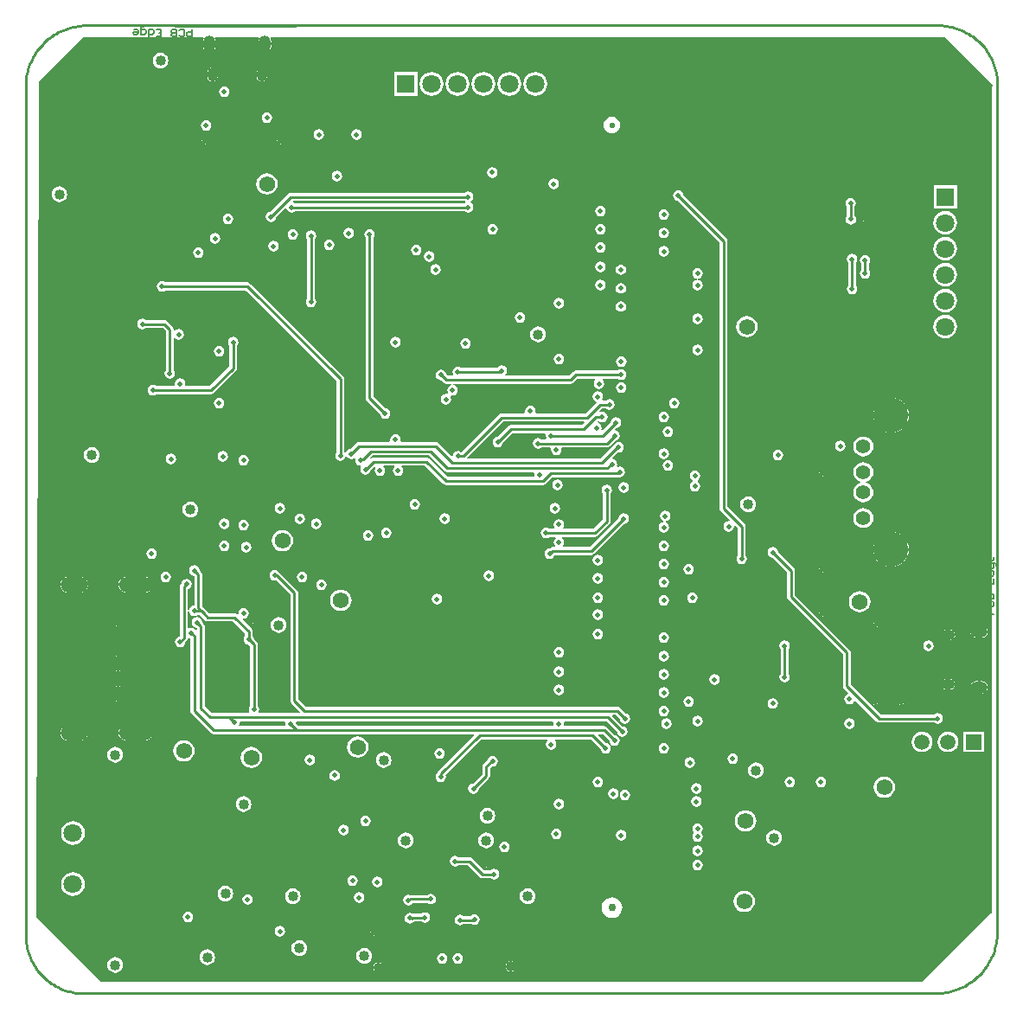
<source format=gbl>
G04*
G04 #@! TF.GenerationSoftware,Altium Limited,Altium Designer,20.0.11 (256)*
G04*
G04 Layer_Physical_Order=4*
G04 Layer_Color=16711680*
%FSLAX25Y25*%
%MOIN*%
G70*
G01*
G75*
%ADD11C,0.00591*%
%ADD15C,0.00394*%
%ADD16C,0.01000*%
%ADD67C,0.06181*%
%ADD128O,0.04724X0.06693*%
%ADD129O,0.03937X0.05512*%
%ADD130C,0.07087*%
%ADD131R,0.07087X0.07087*%
%ADD132C,0.02953*%
%ADD133C,0.02165*%
%ADD134C,0.05906*%
%ADD135R,0.05906X0.05906*%
%ADD136R,0.07087X0.07087*%
%ADD137O,0.06693X0.04724*%
%ADD138O,0.05512X0.03937*%
%ADD139C,0.05591*%
%ADD140C,0.13583*%
%ADD141O,0.10630X0.05906*%
%ADD142O,0.12992X0.05906*%
%ADD143C,0.02000*%
%ADD144C,0.04000*%
G36*
X373000Y350000D02*
X372500Y349500D01*
Y31000D01*
X372000D01*
X345500Y4500D01*
X29000D01*
X4000Y29500D01*
X5000Y351500D01*
X22000Y368500D01*
X68432D01*
X68667Y368059D01*
X68546Y367878D01*
X68363Y366957D01*
Y366472D01*
X70772D01*
X73180D01*
Y366957D01*
X72997Y367878D01*
X72876Y368059D01*
X73112Y368500D01*
X89888D01*
X90124Y368059D01*
X90003Y367878D01*
X89820Y366957D01*
Y366472D01*
X92228D01*
X94637D01*
Y366957D01*
X94454Y367878D01*
X94333Y368059D01*
X94569Y368500D01*
X354500D01*
X373000Y350000D01*
D02*
G37*
%LPC*%
G36*
X70272Y365472D02*
X68363D01*
Y364988D01*
X68546Y364067D01*
X69069Y363285D01*
X69850Y362763D01*
X70272Y362679D01*
Y365472D01*
D02*
G37*
G36*
X94637Y365472D02*
X92728D01*
Y362679D01*
X93150Y362763D01*
X93931Y363285D01*
X94454Y364067D01*
X94637Y364988D01*
Y365472D01*
D02*
G37*
G36*
X91728D02*
X89820D01*
Y364988D01*
X90003Y364067D01*
X90525Y363285D01*
X91307Y362763D01*
X91728Y362679D01*
Y365472D01*
D02*
G37*
G36*
X73180Y365472D02*
X71272D01*
Y362679D01*
X71693Y362763D01*
X72475Y363285D01*
X72997Y364067D01*
X73180Y364988D01*
Y365472D01*
D02*
G37*
G36*
X52000Y362526D02*
X51217Y362423D01*
X50487Y362121D01*
X49860Y361640D01*
X49380Y361013D01*
X49077Y360283D01*
X48974Y359500D01*
X49077Y358717D01*
X49380Y357987D01*
X49860Y357360D01*
X50487Y356879D01*
X51217Y356577D01*
X52000Y356474D01*
X52783Y356577D01*
X53513Y356879D01*
X54140Y357360D01*
X54620Y357987D01*
X54923Y358717D01*
X55026Y359500D01*
X54923Y360283D01*
X54620Y361013D01*
X54140Y361640D01*
X53513Y362121D01*
X52783Y362423D01*
X52000Y362526D01*
D02*
G37*
G36*
X91547Y356738D02*
Y354543D01*
X93054D01*
Y354831D01*
X92901Y355599D01*
X92466Y356250D01*
X91815Y356685D01*
X91547Y356738D01*
D02*
G37*
G36*
X72453D02*
Y354543D01*
X73960D01*
Y354831D01*
X73807Y355599D01*
X73372Y356250D01*
X72721Y356685D01*
X72453Y356738D01*
D02*
G37*
G36*
X90547Y356738D02*
X90279Y356685D01*
X89628Y356250D01*
X89193Y355599D01*
X89040Y354831D01*
Y354543D01*
X90547D01*
Y356738D01*
D02*
G37*
G36*
X71453D02*
X71185Y356685D01*
X70534Y356250D01*
X70099Y355599D01*
X69946Y354831D01*
Y354543D01*
X71453D01*
Y356738D01*
D02*
G37*
G36*
X93054Y353543D02*
X91547D01*
Y351348D01*
X91815Y351402D01*
X92466Y351837D01*
X92901Y352488D01*
X93054Y353256D01*
Y353543D01*
D02*
G37*
G36*
X73960D02*
X72453D01*
Y351348D01*
X72721Y351402D01*
X73372Y351837D01*
X73807Y352488D01*
X73960Y353256D01*
Y353543D01*
D02*
G37*
G36*
X90547D02*
X89040D01*
Y353256D01*
X89193Y352488D01*
X89628Y351837D01*
X90279Y351402D01*
X90547Y351348D01*
Y353543D01*
D02*
G37*
G36*
X71453D02*
X69946D01*
Y353256D01*
X70099Y352488D01*
X70534Y351837D01*
X71185Y351402D01*
X71453Y351348D01*
Y353543D01*
D02*
G37*
G36*
X151043Y355043D02*
X141957D01*
Y345957D01*
X151043D01*
Y355043D01*
D02*
G37*
G36*
X196500Y355083D02*
X195314Y354926D01*
X194209Y354469D01*
X193260Y353740D01*
X192531Y352791D01*
X192074Y351686D01*
X191918Y350500D01*
X192074Y349314D01*
X192531Y348209D01*
X193260Y347260D01*
X194209Y346531D01*
X195314Y346074D01*
X196500Y345918D01*
X197686Y346074D01*
X198791Y346531D01*
X199740Y347260D01*
X200469Y348209D01*
X200926Y349314D01*
X201082Y350500D01*
X200926Y351686D01*
X200469Y352791D01*
X199740Y353740D01*
X198791Y354469D01*
X197686Y354926D01*
X196500Y355083D01*
D02*
G37*
G36*
X186500D02*
X185314Y354926D01*
X184209Y354469D01*
X183260Y353740D01*
X182531Y352791D01*
X182074Y351686D01*
X181918Y350500D01*
X182074Y349314D01*
X182531Y348209D01*
X183260Y347260D01*
X184209Y346531D01*
X185314Y346074D01*
X186500Y345918D01*
X187686Y346074D01*
X188791Y346531D01*
X189740Y347260D01*
X190469Y348209D01*
X190926Y349314D01*
X191083Y350500D01*
X190926Y351686D01*
X190469Y352791D01*
X189740Y353740D01*
X188791Y354469D01*
X187686Y354926D01*
X186500Y355083D01*
D02*
G37*
G36*
X176500D02*
X175314Y354926D01*
X174209Y354469D01*
X173260Y353740D01*
X172531Y352791D01*
X172074Y351686D01*
X171917Y350500D01*
X172074Y349314D01*
X172531Y348209D01*
X173260Y347260D01*
X174209Y346531D01*
X175314Y346074D01*
X176500Y345918D01*
X177686Y346074D01*
X178791Y346531D01*
X179740Y347260D01*
X180469Y348209D01*
X180926Y349314D01*
X181082Y350500D01*
X180926Y351686D01*
X180469Y352791D01*
X179740Y353740D01*
X178791Y354469D01*
X177686Y354926D01*
X176500Y355083D01*
D02*
G37*
G36*
X166500D02*
X165314Y354926D01*
X164209Y354469D01*
X163260Y353740D01*
X162531Y352791D01*
X162074Y351686D01*
X161917Y350500D01*
X162074Y349314D01*
X162531Y348209D01*
X163260Y347260D01*
X164209Y346531D01*
X165314Y346074D01*
X166500Y345918D01*
X167686Y346074D01*
X168791Y346531D01*
X169740Y347260D01*
X170469Y348209D01*
X170926Y349314D01*
X171082Y350500D01*
X170926Y351686D01*
X170469Y352791D01*
X169740Y353740D01*
X168791Y354469D01*
X167686Y354926D01*
X166500Y355083D01*
D02*
G37*
G36*
X156500D02*
X155314Y354926D01*
X154209Y354469D01*
X153260Y353740D01*
X152531Y352791D01*
X152074Y351686D01*
X151918Y350500D01*
X152074Y349314D01*
X152531Y348209D01*
X153260Y347260D01*
X154209Y346531D01*
X155314Y346074D01*
X156500Y345918D01*
X157686Y346074D01*
X158791Y346531D01*
X159740Y347260D01*
X160469Y348209D01*
X160926Y349314D01*
X161082Y350500D01*
X160926Y351686D01*
X160469Y352791D01*
X159740Y353740D01*
X158791Y354469D01*
X157686Y354926D01*
X156500Y355083D01*
D02*
G37*
G36*
X76500Y349539D02*
X75720Y349384D01*
X75058Y348942D01*
X74616Y348280D01*
X74461Y347500D01*
X74616Y346720D01*
X75058Y346058D01*
X75720Y345616D01*
X76500Y345461D01*
X77280Y345616D01*
X77942Y346058D01*
X78384Y346720D01*
X78539Y347500D01*
X78384Y348280D01*
X77942Y348942D01*
X77280Y349384D01*
X76500Y349539D01*
D02*
G37*
G36*
X93000Y339539D02*
X92220Y339384D01*
X91558Y338942D01*
X91116Y338280D01*
X90961Y337500D01*
X91116Y336720D01*
X91558Y336058D01*
X92220Y335616D01*
X93000Y335461D01*
X93780Y335616D01*
X94442Y336058D01*
X94884Y336720D01*
X95039Y337500D01*
X94884Y338280D01*
X94442Y338942D01*
X93780Y339384D01*
X93000Y339539D01*
D02*
G37*
G36*
X69500Y336539D02*
X68720Y336384D01*
X68058Y335942D01*
X67616Y335280D01*
X67461Y334500D01*
X67616Y333720D01*
X68058Y333058D01*
X68720Y332616D01*
X69500Y332461D01*
X70280Y332616D01*
X70942Y333058D01*
X71384Y333720D01*
X71539Y334500D01*
X71384Y335280D01*
X70942Y335942D01*
X70280Y336384D01*
X69500Y336539D01*
D02*
G37*
G36*
X226008Y337834D02*
X225182Y337726D01*
X224412Y337407D01*
X223750Y336899D01*
X223243Y336238D01*
X222924Y335468D01*
X222815Y334642D01*
X222924Y333815D01*
X223243Y333045D01*
X223750Y332384D01*
X224412Y331877D01*
X225182Y331558D01*
X226008Y331449D01*
X226834Y331558D01*
X227604Y331877D01*
X228265Y332384D01*
X228773Y333045D01*
X229092Y333815D01*
X229201Y334642D01*
X229092Y335468D01*
X228773Y336238D01*
X228265Y336899D01*
X227604Y337407D01*
X226834Y337726D01*
X226008Y337834D01*
D02*
G37*
G36*
X127500Y333039D02*
X126720Y332884D01*
X126058Y332442D01*
X125616Y331780D01*
X125461Y331000D01*
X125616Y330220D01*
X126058Y329558D01*
X126720Y329116D01*
X127500Y328961D01*
X128280Y329116D01*
X128942Y329558D01*
X129384Y330220D01*
X129539Y331000D01*
X129384Y331780D01*
X128942Y332442D01*
X128280Y332884D01*
X127500Y333039D01*
D02*
G37*
G36*
X113000D02*
X112220Y332884D01*
X111558Y332442D01*
X111116Y331780D01*
X110961Y331000D01*
X111116Y330220D01*
X111558Y329558D01*
X112220Y329116D01*
X113000Y328961D01*
X113780Y329116D01*
X114442Y329558D01*
X114884Y330220D01*
X115039Y331000D01*
X114884Y331780D01*
X114442Y332442D01*
X113780Y332884D01*
X113000Y333039D01*
D02*
G37*
G36*
X98000Y328869D02*
Y328500D01*
X98369D01*
X98221Y328721D01*
X98000Y328869D01*
D02*
G37*
G36*
X97000D02*
X96779Y328721D01*
X96631Y328500D01*
X97000D01*
Y328869D01*
D02*
G37*
G36*
X69000D02*
Y328500D01*
X69369D01*
X69221Y328721D01*
X69000Y328869D01*
D02*
G37*
G36*
X68000D02*
X67779Y328721D01*
X67631Y328500D01*
X68000D01*
Y328869D01*
D02*
G37*
G36*
X98369Y327500D02*
X98000D01*
Y327131D01*
X98221Y327279D01*
X98369Y327500D01*
D02*
G37*
G36*
X97000D02*
X96631D01*
X96779Y327279D01*
X97000Y327131D01*
Y327500D01*
D02*
G37*
G36*
X69369D02*
X69000D01*
Y327131D01*
X69221Y327279D01*
X69369Y327500D01*
D02*
G37*
G36*
X68000D02*
X67631D01*
X67779Y327279D01*
X68000Y327131D01*
Y327500D01*
D02*
G37*
G36*
X179875Y318394D02*
X179095Y318238D01*
X178433Y317796D01*
X177991Y317135D01*
X177836Y316354D01*
X177991Y315574D01*
X178433Y314913D01*
X179095Y314470D01*
X179875Y314315D01*
X180655Y314470D01*
X181317Y314913D01*
X181759Y315574D01*
X181914Y316354D01*
X181759Y317135D01*
X181317Y317796D01*
X180655Y318238D01*
X179875Y318394D01*
D02*
G37*
G36*
X120000Y317039D02*
X119220Y316884D01*
X118558Y316442D01*
X118116Y315780D01*
X117961Y315000D01*
X118116Y314220D01*
X118558Y313558D01*
X119220Y313116D01*
X120000Y312961D01*
X120780Y313116D01*
X121442Y313558D01*
X121884Y314220D01*
X122039Y315000D01*
X121884Y315780D01*
X121442Y316442D01*
X120780Y316884D01*
X120000Y317039D01*
D02*
G37*
G36*
X203500Y314039D02*
X202720Y313884D01*
X202058Y313442D01*
X201616Y312780D01*
X201461Y312000D01*
X201616Y311220D01*
X202058Y310558D01*
X202720Y310116D01*
X203500Y309961D01*
X204280Y310116D01*
X204942Y310558D01*
X205384Y311220D01*
X205539Y312000D01*
X205384Y312780D01*
X204942Y313442D01*
X204280Y313884D01*
X203500Y314039D01*
D02*
G37*
G36*
X93000Y316126D02*
X91932Y315985D01*
X90937Y315573D01*
X90083Y314917D01*
X89427Y314063D01*
X89015Y313068D01*
X88874Y312000D01*
X89015Y310932D01*
X89427Y309937D01*
X90083Y309083D01*
X90937Y308427D01*
X91932Y308015D01*
X93000Y307874D01*
X94068Y308015D01*
X95063Y308427D01*
X95917Y309083D01*
X96573Y309937D01*
X96985Y310932D01*
X97126Y312000D01*
X96985Y313068D01*
X96573Y314063D01*
X95917Y314917D01*
X95063Y315573D01*
X94068Y315985D01*
X93000Y316126D01*
D02*
G37*
G36*
X13000Y311026D02*
X12217Y310923D01*
X11487Y310620D01*
X10860Y310140D01*
X10379Y309513D01*
X10077Y308783D01*
X9974Y308000D01*
X10077Y307217D01*
X10379Y306487D01*
X10860Y305860D01*
X11487Y305380D01*
X12217Y305077D01*
X13000Y304974D01*
X13783Y305077D01*
X14513Y305380D01*
X15140Y305860D01*
X15620Y306487D01*
X15923Y307217D01*
X16026Y308000D01*
X15923Y308783D01*
X15620Y309513D01*
X15140Y310140D01*
X14513Y310620D01*
X13783Y310923D01*
X13000Y311026D01*
D02*
G37*
G36*
X359043Y311543D02*
X349957D01*
Y302457D01*
X359043D01*
Y311543D01*
D02*
G37*
G36*
X170500Y309039D02*
X169720Y308884D01*
X169189Y308529D01*
X102218D01*
X101633Y308413D01*
X101136Y308081D01*
X94398Y301343D01*
X93772Y301218D01*
X93110Y300776D01*
X92668Y300115D01*
X92513Y299334D01*
X92668Y298554D01*
X93110Y297892D01*
X93772Y297450D01*
X94552Y297295D01*
X95333Y297450D01*
X95994Y297892D01*
X96436Y298554D01*
X96561Y299180D01*
X100022Y302642D01*
X100565Y302477D01*
X100616Y302220D01*
X101058Y301558D01*
X101720Y301116D01*
X102500Y300961D01*
X103280Y301116D01*
X103811Y301471D01*
X169189D01*
X169720Y301116D01*
X170500Y300961D01*
X171280Y301116D01*
X171942Y301558D01*
X172384Y302220D01*
X172539Y303000D01*
X172384Y303780D01*
X171942Y304442D01*
X171556Y304700D01*
Y305300D01*
X171942Y305558D01*
X172384Y306220D01*
X172539Y307000D01*
X172384Y307780D01*
X171942Y308442D01*
X171280Y308884D01*
X170500Y309039D01*
D02*
G37*
G36*
X221500Y303539D02*
X220720Y303384D01*
X220058Y302942D01*
X219616Y302280D01*
X219461Y301500D01*
X219616Y300720D01*
X220058Y300058D01*
X220720Y299616D01*
X221500Y299461D01*
X222280Y299616D01*
X222942Y300058D01*
X223384Y300720D01*
X223539Y301500D01*
X223384Y302280D01*
X222942Y302942D01*
X222280Y303384D01*
X221500Y303539D01*
D02*
G37*
G36*
X324000Y299369D02*
Y299000D01*
X324369D01*
X324221Y299221D01*
X324000Y299369D01*
D02*
G37*
G36*
X323000D02*
X322779Y299221D01*
X322631Y299000D01*
X323000D01*
Y299369D01*
D02*
G37*
G36*
X246000Y302193D02*
X245220Y302038D01*
X244558Y301596D01*
X244116Y300935D01*
X243961Y300154D01*
X244116Y299374D01*
X244558Y298712D01*
X245220Y298270D01*
X246000Y298115D01*
X246780Y298270D01*
X247442Y298712D01*
X247884Y299374D01*
X248039Y300154D01*
X247884Y300935D01*
X247442Y301596D01*
X246780Y302038D01*
X246000Y302193D01*
D02*
G37*
G36*
X324369Y298000D02*
X324000D01*
Y297631D01*
X324221Y297779D01*
X324369Y298000D01*
D02*
G37*
G36*
X323000D02*
X322631D01*
X322779Y297779D01*
X323000Y297631D01*
Y298000D01*
D02*
G37*
G36*
X78000Y300539D02*
X77220Y300384D01*
X76558Y299942D01*
X76116Y299280D01*
X75961Y298500D01*
X76116Y297720D01*
X76558Y297058D01*
X77220Y296616D01*
X78000Y296461D01*
X78780Y296616D01*
X79442Y297058D01*
X79884Y297720D01*
X80039Y298500D01*
X79884Y299280D01*
X79442Y299942D01*
X78780Y300384D01*
X78000Y300539D01*
D02*
G37*
G36*
X318000Y306539D02*
X317220Y306384D01*
X316558Y305942D01*
X316116Y305280D01*
X315961Y304500D01*
X316116Y303720D01*
X316471Y303189D01*
Y299499D01*
X316241Y299155D01*
X316086Y298375D01*
X316241Y297595D01*
X316683Y296933D01*
X317345Y296491D01*
X318125Y296336D01*
X318905Y296491D01*
X319567Y296933D01*
X320009Y297595D01*
X320164Y298375D01*
X320009Y299155D01*
X319567Y299817D01*
X319529Y299842D01*
Y303189D01*
X319884Y303720D01*
X320039Y304500D01*
X319884Y305280D01*
X319442Y305942D01*
X318780Y306384D01*
X318000Y306539D01*
D02*
G37*
G36*
X221500Y296539D02*
X220720Y296384D01*
X220058Y295942D01*
X219616Y295280D01*
X219461Y294500D01*
X219616Y293720D01*
X220058Y293058D01*
X220720Y292616D01*
X221500Y292461D01*
X222280Y292616D01*
X222942Y293058D01*
X223384Y293720D01*
X223539Y294500D01*
X223384Y295280D01*
X222942Y295942D01*
X222280Y296384D01*
X221500Y296539D01*
D02*
G37*
G36*
X180000D02*
X179220Y296384D01*
X178558Y295942D01*
X178116Y295280D01*
X177961Y294500D01*
X178116Y293720D01*
X178558Y293058D01*
X179220Y292616D01*
X180000Y292461D01*
X180780Y292616D01*
X181442Y293058D01*
X181884Y293720D01*
X182039Y294500D01*
X181884Y295280D01*
X181442Y295942D01*
X180780Y296384D01*
X180000Y296539D01*
D02*
G37*
G36*
X354500Y301583D02*
X353314Y301426D01*
X352209Y300969D01*
X351260Y300240D01*
X350531Y299291D01*
X350074Y298186D01*
X349918Y297000D01*
X350074Y295814D01*
X350531Y294709D01*
X351260Y293760D01*
X352209Y293031D01*
X353314Y292574D01*
X354500Y292418D01*
X355686Y292574D01*
X356791Y293031D01*
X357740Y293760D01*
X358469Y294709D01*
X358926Y295814D01*
X359083Y297000D01*
X358926Y298186D01*
X358469Y299291D01*
X357740Y300240D01*
X356791Y300969D01*
X355686Y301426D01*
X354500Y301583D01*
D02*
G37*
G36*
X246000Y295116D02*
X245220Y294961D01*
X244558Y294519D01*
X244116Y293858D01*
X243961Y293077D01*
X244116Y292297D01*
X244558Y291635D01*
X245220Y291193D01*
X246000Y291038D01*
X246780Y291193D01*
X247442Y291635D01*
X247884Y292297D01*
X248039Y293077D01*
X247884Y293858D01*
X247442Y294519D01*
X246780Y294961D01*
X246000Y295116D01*
D02*
G37*
G36*
X124500Y295039D02*
X123720Y294884D01*
X123058Y294442D01*
X122616Y293780D01*
X122461Y293000D01*
X122616Y292220D01*
X123058Y291558D01*
X123720Y291116D01*
X124500Y290961D01*
X125280Y291116D01*
X125942Y291558D01*
X126384Y292220D01*
X126539Y293000D01*
X126384Y293780D01*
X125942Y294442D01*
X125280Y294884D01*
X124500Y295039D01*
D02*
G37*
G36*
X103000Y294539D02*
X102220Y294384D01*
X101558Y293942D01*
X101116Y293280D01*
X100961Y292500D01*
X101116Y291720D01*
X101558Y291058D01*
X102220Y290616D01*
X103000Y290461D01*
X103780Y290616D01*
X104442Y291058D01*
X104884Y291720D01*
X105039Y292500D01*
X104884Y293280D01*
X104442Y293942D01*
X103780Y294384D01*
X103000Y294539D01*
D02*
G37*
G36*
X73000Y293039D02*
X72220Y292884D01*
X71558Y292442D01*
X71116Y291780D01*
X70961Y291000D01*
X71116Y290220D01*
X71558Y289558D01*
X72220Y289116D01*
X73000Y288961D01*
X73780Y289116D01*
X74442Y289558D01*
X74884Y290220D01*
X75039Y291000D01*
X74884Y291780D01*
X74442Y292442D01*
X73780Y292884D01*
X73000Y293039D01*
D02*
G37*
G36*
X117000Y290539D02*
X116220Y290384D01*
X115558Y289942D01*
X115116Y289280D01*
X114961Y288500D01*
X115116Y287720D01*
X115558Y287058D01*
X116220Y286616D01*
X117000Y286461D01*
X117780Y286616D01*
X118442Y287058D01*
X118884Y287720D01*
X119039Y288500D01*
X118884Y289280D01*
X118442Y289942D01*
X117780Y290384D01*
X117000Y290539D01*
D02*
G37*
G36*
X95500Y290039D02*
X94720Y289884D01*
X94058Y289442D01*
X93616Y288780D01*
X93461Y288000D01*
X93616Y287220D01*
X94058Y286558D01*
X94720Y286116D01*
X95500Y285961D01*
X96280Y286116D01*
X96942Y286558D01*
X97384Y287220D01*
X97539Y288000D01*
X97384Y288780D01*
X96942Y289442D01*
X96280Y289884D01*
X95500Y290039D01*
D02*
G37*
G36*
X221500Y289539D02*
X220720Y289384D01*
X220058Y288942D01*
X219616Y288280D01*
X219461Y287500D01*
X219616Y286720D01*
X220058Y286058D01*
X220720Y285616D01*
X221500Y285461D01*
X222280Y285616D01*
X222942Y286058D01*
X223384Y286720D01*
X223539Y287500D01*
X223384Y288280D01*
X222942Y288942D01*
X222280Y289384D01*
X221500Y289539D01*
D02*
G37*
G36*
X150500Y288539D02*
X149720Y288384D01*
X149058Y287942D01*
X148616Y287280D01*
X148461Y286500D01*
X148616Y285720D01*
X149058Y285058D01*
X149720Y284616D01*
X150500Y284461D01*
X151280Y284616D01*
X151942Y285058D01*
X152384Y285720D01*
X152539Y286500D01*
X152384Y287280D01*
X151942Y287942D01*
X151280Y288384D01*
X150500Y288539D01*
D02*
G37*
G36*
X246000Y288039D02*
X245220Y287884D01*
X244558Y287442D01*
X244116Y286780D01*
X243961Y286000D01*
X244116Y285220D01*
X244558Y284558D01*
X245220Y284116D01*
X246000Y283961D01*
X246780Y284116D01*
X247442Y284558D01*
X247884Y285220D01*
X248039Y286000D01*
X247884Y286780D01*
X247442Y287442D01*
X246780Y287884D01*
X246000Y288039D01*
D02*
G37*
G36*
X66500Y287539D02*
X65720Y287384D01*
X65058Y286942D01*
X64616Y286280D01*
X64461Y285500D01*
X64616Y284720D01*
X65058Y284058D01*
X65720Y283616D01*
X66500Y283461D01*
X67280Y283616D01*
X67942Y284058D01*
X68384Y284720D01*
X68539Y285500D01*
X68384Y286280D01*
X67942Y286942D01*
X67280Y287384D01*
X66500Y287539D01*
D02*
G37*
G36*
X354500Y291582D02*
X353314Y291426D01*
X352209Y290969D01*
X351260Y290240D01*
X350531Y289291D01*
X350074Y288186D01*
X349918Y287000D01*
X350074Y285814D01*
X350531Y284709D01*
X351260Y283760D01*
X352209Y283031D01*
X353314Y282574D01*
X354500Y282417D01*
X355686Y282574D01*
X356791Y283031D01*
X357740Y283760D01*
X358469Y284709D01*
X358926Y285814D01*
X359083Y287000D01*
X358926Y288186D01*
X358469Y289291D01*
X357740Y290240D01*
X356791Y290969D01*
X355686Y291426D01*
X354500Y291582D01*
D02*
G37*
G36*
X155500Y286039D02*
X154720Y285884D01*
X154058Y285442D01*
X153616Y284780D01*
X153461Y284000D01*
X153616Y283220D01*
X154058Y282558D01*
X154720Y282116D01*
X155500Y281961D01*
X156280Y282116D01*
X156942Y282558D01*
X157384Y283220D01*
X157539Y284000D01*
X157384Y284780D01*
X156942Y285442D01*
X156280Y285884D01*
X155500Y286039D01*
D02*
G37*
G36*
X221500Y282039D02*
X220720Y281884D01*
X220058Y281442D01*
X219616Y280780D01*
X219461Y280000D01*
X219616Y279220D01*
X220058Y278558D01*
X220720Y278116D01*
X221500Y277961D01*
X222280Y278116D01*
X222942Y278558D01*
X223384Y279220D01*
X223539Y280000D01*
X223384Y280780D01*
X222942Y281442D01*
X222280Y281884D01*
X221500Y282039D01*
D02*
G37*
G36*
X158000Y281039D02*
X157220Y280884D01*
X156558Y280442D01*
X156116Y279780D01*
X155961Y279000D01*
X156116Y278220D01*
X156558Y277558D01*
X157220Y277116D01*
X158000Y276961D01*
X158780Y277116D01*
X159442Y277558D01*
X159884Y278220D01*
X160039Y279000D01*
X159884Y279780D01*
X159442Y280442D01*
X158780Y280884D01*
X158000Y281039D01*
D02*
G37*
G36*
X229433Y280939D02*
X228653Y280784D01*
X227992Y280342D01*
X227549Y279680D01*
X227394Y278900D01*
X227549Y278120D01*
X227992Y277458D01*
X228653Y277016D01*
X229433Y276861D01*
X230214Y277016D01*
X230875Y277458D01*
X231317Y278120D01*
X231473Y278900D01*
X231317Y279680D01*
X230875Y280342D01*
X230214Y280784D01*
X229433Y280939D01*
D02*
G37*
G36*
X323500Y284539D02*
X322720Y284384D01*
X322058Y283942D01*
X321616Y283280D01*
X321461Y282500D01*
X321616Y281720D01*
X321971Y281189D01*
Y278811D01*
X321616Y278280D01*
X321461Y277500D01*
X321616Y276720D01*
X322058Y276058D01*
X322720Y275616D01*
X323500Y275461D01*
X324280Y275616D01*
X324942Y276058D01*
X325384Y276720D01*
X325539Y277500D01*
X325384Y278280D01*
X325029Y278811D01*
Y281189D01*
X325384Y281720D01*
X325539Y282500D01*
X325384Y283280D01*
X324942Y283942D01*
X324280Y284384D01*
X323500Y284539D01*
D02*
G37*
G36*
X354500Y281582D02*
X353314Y281426D01*
X352209Y280969D01*
X351260Y280240D01*
X350531Y279291D01*
X350074Y278186D01*
X349918Y277000D01*
X350074Y275814D01*
X350531Y274709D01*
X351260Y273760D01*
X352209Y273031D01*
X353314Y272574D01*
X354500Y272417D01*
X355686Y272574D01*
X356791Y273031D01*
X357740Y273760D01*
X358469Y274709D01*
X358926Y275814D01*
X359083Y277000D01*
X358926Y278186D01*
X358469Y279291D01*
X357740Y280240D01*
X356791Y280969D01*
X355686Y281426D01*
X354500Y281582D01*
D02*
G37*
G36*
X259000Y279539D02*
X258220Y279384D01*
X257558Y278942D01*
X257116Y278280D01*
X256961Y277500D01*
X257116Y276720D01*
X257558Y276058D01*
X258220Y275616D01*
X258726Y275515D01*
X258778Y275505D01*
Y274995D01*
X258726Y274985D01*
X258220Y274884D01*
X257558Y274442D01*
X257116Y273780D01*
X256961Y273000D01*
X257116Y272220D01*
X257558Y271558D01*
X258220Y271116D01*
X259000Y270961D01*
X259780Y271116D01*
X260442Y271558D01*
X260884Y272220D01*
X261039Y273000D01*
X260884Y273780D01*
X260442Y274442D01*
X259780Y274884D01*
X259274Y274985D01*
X259222Y274995D01*
Y275505D01*
X259274Y275515D01*
X259780Y275616D01*
X260442Y276058D01*
X260884Y276720D01*
X261039Y277500D01*
X260884Y278280D01*
X260442Y278942D01*
X259780Y279384D01*
X259000Y279539D01*
D02*
G37*
G36*
X221500Y275039D02*
X220720Y274884D01*
X220058Y274442D01*
X219616Y273780D01*
X219461Y273000D01*
X219616Y272220D01*
X220058Y271558D01*
X220720Y271116D01*
X221500Y270961D01*
X222280Y271116D01*
X222942Y271558D01*
X223384Y272220D01*
X223539Y273000D01*
X223384Y273780D01*
X222942Y274442D01*
X222280Y274884D01*
X221500Y275039D01*
D02*
G37*
G36*
X229433Y273799D02*
X228653Y273644D01*
X227992Y273202D01*
X227549Y272540D01*
X227394Y271760D01*
X227549Y270979D01*
X227992Y270318D01*
X228653Y269876D01*
X229433Y269721D01*
X230214Y269876D01*
X230875Y270318D01*
X231317Y270979D01*
X231473Y271760D01*
X231317Y272540D01*
X230875Y273202D01*
X230214Y273644D01*
X229433Y273799D01*
D02*
G37*
G36*
X318500Y285039D02*
X317720Y284884D01*
X317058Y284442D01*
X316616Y283780D01*
X316461Y283000D01*
X316616Y282220D01*
X316971Y281689D01*
Y272811D01*
X316616Y272280D01*
X316461Y271500D01*
X316616Y270720D01*
X317058Y270058D01*
X317720Y269616D01*
X318500Y269461D01*
X319280Y269616D01*
X319942Y270058D01*
X320384Y270720D01*
X320539Y271500D01*
X320384Y272280D01*
X320029Y272811D01*
Y281689D01*
X320384Y282220D01*
X320539Y283000D01*
X320384Y283780D01*
X319942Y284442D01*
X319280Y284884D01*
X318500Y285039D01*
D02*
G37*
G36*
X110000Y294039D02*
X109220Y293884D01*
X108558Y293442D01*
X108116Y292780D01*
X107961Y292000D01*
X108116Y291220D01*
X108471Y290689D01*
Y267811D01*
X108116Y267280D01*
X107961Y266500D01*
X108116Y265720D01*
X108558Y265058D01*
X109220Y264616D01*
X110000Y264461D01*
X110780Y264616D01*
X111442Y265058D01*
X111884Y265720D01*
X112039Y266500D01*
X111884Y267280D01*
X111529Y267811D01*
Y290689D01*
X111884Y291220D01*
X112039Y292000D01*
X111884Y292780D01*
X111442Y293442D01*
X110780Y293884D01*
X110000Y294039D01*
D02*
G37*
G36*
X205500Y268039D02*
X204720Y267884D01*
X204058Y267442D01*
X203616Y266780D01*
X203461Y266000D01*
X203616Y265220D01*
X204058Y264558D01*
X204720Y264116D01*
X205500Y263961D01*
X206280Y264116D01*
X206942Y264558D01*
X207384Y265220D01*
X207539Y266000D01*
X207384Y266780D01*
X206942Y267442D01*
X206280Y267884D01*
X205500Y268039D01*
D02*
G37*
G36*
X229433Y266790D02*
X228653Y266635D01*
X227992Y266193D01*
X227549Y265531D01*
X227394Y264751D01*
X227549Y263971D01*
X227992Y263309D01*
X228653Y262867D01*
X229433Y262712D01*
X230214Y262867D01*
X230875Y263309D01*
X231317Y263971D01*
X231473Y264751D01*
X231317Y265531D01*
X230875Y266193D01*
X230214Y266635D01*
X229433Y266790D01*
D02*
G37*
G36*
X354500Y271583D02*
X353314Y271426D01*
X352209Y270969D01*
X351260Y270240D01*
X350531Y269291D01*
X350074Y268186D01*
X349918Y267000D01*
X350074Y265814D01*
X350531Y264709D01*
X351260Y263760D01*
X352209Y263031D01*
X353314Y262574D01*
X354500Y262418D01*
X355686Y262574D01*
X356791Y263031D01*
X357740Y263760D01*
X358469Y264709D01*
X358926Y265814D01*
X359083Y267000D01*
X358926Y268186D01*
X358469Y269291D01*
X357740Y270240D01*
X356791Y270969D01*
X355686Y271426D01*
X354500Y271583D01*
D02*
G37*
G36*
X190500Y262539D02*
X189720Y262384D01*
X189058Y261942D01*
X188616Y261280D01*
X188461Y260500D01*
X188616Y259720D01*
X189058Y259058D01*
X189720Y258616D01*
X190500Y258461D01*
X191280Y258616D01*
X191942Y259058D01*
X192384Y259720D01*
X192539Y260500D01*
X192384Y261280D01*
X191942Y261942D01*
X191280Y262384D01*
X190500Y262539D01*
D02*
G37*
G36*
X259000Y262039D02*
X258220Y261884D01*
X257558Y261442D01*
X257116Y260780D01*
X256961Y260000D01*
X257116Y259220D01*
X257558Y258558D01*
X258220Y258116D01*
X259000Y257961D01*
X259780Y258116D01*
X260442Y258558D01*
X260884Y259220D01*
X261039Y260000D01*
X260884Y260780D01*
X260442Y261442D01*
X259780Y261884D01*
X259000Y262039D01*
D02*
G37*
G36*
X278000Y261126D02*
X276932Y260985D01*
X275937Y260573D01*
X275083Y259917D01*
X274427Y259063D01*
X274015Y258068D01*
X273874Y257000D01*
X274015Y255932D01*
X274427Y254937D01*
X275083Y254083D01*
X275937Y253427D01*
X276932Y253015D01*
X278000Y252874D01*
X279068Y253015D01*
X280063Y253427D01*
X280917Y254083D01*
X281573Y254937D01*
X281985Y255932D01*
X282126Y257000D01*
X281985Y258068D01*
X281573Y259063D01*
X280917Y259917D01*
X280063Y260573D01*
X279068Y260985D01*
X278000Y261126D01*
D02*
G37*
G36*
X354500Y261582D02*
X353314Y261426D01*
X352209Y260969D01*
X351260Y260240D01*
X350531Y259291D01*
X350074Y258186D01*
X349918Y257000D01*
X350074Y255814D01*
X350531Y254709D01*
X351260Y253760D01*
X352209Y253031D01*
X353314Y252574D01*
X354500Y252417D01*
X355686Y252574D01*
X356791Y253031D01*
X357740Y253760D01*
X358469Y254709D01*
X358926Y255814D01*
X359083Y257000D01*
X358926Y258186D01*
X358469Y259291D01*
X357740Y260240D01*
X356791Y260969D01*
X355686Y261426D01*
X354500Y261582D01*
D02*
G37*
G36*
X45000Y260039D02*
X44220Y259884D01*
X43558Y259442D01*
X43116Y258780D01*
X42961Y258000D01*
X43116Y257220D01*
X43558Y256558D01*
X44220Y256116D01*
X45000Y255961D01*
X45780Y256116D01*
X46311Y256471D01*
X52867D01*
X53971Y255366D01*
Y240311D01*
X53616Y239780D01*
X53461Y239000D01*
X53616Y238220D01*
X54058Y237558D01*
X54720Y237116D01*
X55500Y236961D01*
X56280Y237116D01*
X56942Y237558D01*
X57384Y238220D01*
X57539Y239000D01*
X57384Y239780D01*
X57029Y240311D01*
Y252449D01*
X57529Y252601D01*
X57558Y252558D01*
X58220Y252116D01*
X59000Y251961D01*
X59780Y252116D01*
X60442Y252558D01*
X60884Y253220D01*
X61039Y254000D01*
X60884Y254780D01*
X60442Y255442D01*
X59780Y255884D01*
X59000Y256039D01*
X58220Y255884D01*
X57558Y255442D01*
X57529Y255399D01*
X57029Y255551D01*
Y256000D01*
X56913Y256585D01*
X56581Y257081D01*
X54581Y259081D01*
X54085Y259413D01*
X53500Y259529D01*
X46311D01*
X45780Y259884D01*
X45000Y260039D01*
D02*
G37*
G36*
X197500Y257026D02*
X196717Y256923D01*
X195987Y256621D01*
X195360Y256140D01*
X194879Y255513D01*
X194577Y254783D01*
X194474Y254000D01*
X194577Y253217D01*
X194879Y252487D01*
X195360Y251860D01*
X195987Y251379D01*
X196717Y251077D01*
X197500Y250974D01*
X198283Y251077D01*
X199013Y251379D01*
X199640Y251860D01*
X200120Y252487D01*
X200423Y253217D01*
X200526Y254000D01*
X200423Y254783D01*
X200120Y255513D01*
X199640Y256140D01*
X199013Y256621D01*
X198283Y256923D01*
X197500Y257026D01*
D02*
G37*
G36*
X142500Y253039D02*
X141720Y252884D01*
X141058Y252442D01*
X140616Y251780D01*
X140461Y251000D01*
X140616Y250220D01*
X141058Y249558D01*
X141720Y249116D01*
X142500Y248961D01*
X143280Y249116D01*
X143942Y249558D01*
X144384Y250220D01*
X144539Y251000D01*
X144384Y251780D01*
X143942Y252442D01*
X143280Y252884D01*
X142500Y253039D01*
D02*
G37*
G36*
X169500Y252539D02*
X168720Y252384D01*
X168058Y251942D01*
X167616Y251280D01*
X167461Y250500D01*
X167616Y249720D01*
X168058Y249058D01*
X168720Y248616D01*
X169500Y248461D01*
X170280Y248616D01*
X170942Y249058D01*
X171384Y249720D01*
X171539Y250500D01*
X171384Y251280D01*
X170942Y251942D01*
X170280Y252384D01*
X169500Y252539D01*
D02*
G37*
G36*
X259000Y250039D02*
X258220Y249884D01*
X257558Y249442D01*
X257116Y248780D01*
X256961Y248000D01*
X257116Y247220D01*
X257558Y246558D01*
X258220Y246116D01*
X259000Y245961D01*
X259780Y246116D01*
X260442Y246558D01*
X260884Y247220D01*
X261039Y248000D01*
X260884Y248780D01*
X260442Y249442D01*
X259780Y249884D01*
X259000Y250039D01*
D02*
G37*
G36*
X74500Y249539D02*
X73720Y249384D01*
X73058Y248942D01*
X72616Y248280D01*
X72461Y247500D01*
X72616Y246720D01*
X73058Y246058D01*
X73720Y245616D01*
X74500Y245461D01*
X75280Y245616D01*
X75942Y246058D01*
X76384Y246720D01*
X76539Y247500D01*
X76384Y248280D01*
X75942Y248942D01*
X75280Y249384D01*
X74500Y249539D01*
D02*
G37*
G36*
X205500Y246539D02*
X204720Y246384D01*
X204058Y245942D01*
X203616Y245280D01*
X203461Y244500D01*
X203616Y243720D01*
X204058Y243058D01*
X204720Y242616D01*
X205500Y242461D01*
X206280Y242616D01*
X206942Y243058D01*
X207384Y243720D01*
X207539Y244500D01*
X207384Y245280D01*
X206942Y245942D01*
X206280Y246384D01*
X205500Y246539D01*
D02*
G37*
G36*
X229588Y245535D02*
X228808Y245379D01*
X228146Y244937D01*
X227704Y244276D01*
X227549Y243495D01*
X227704Y242715D01*
X228146Y242054D01*
X228808Y241612D01*
X229588Y241456D01*
X230368Y241612D01*
X231030Y242054D01*
X231472Y242715D01*
X231627Y243495D01*
X231472Y244276D01*
X231030Y244937D01*
X230368Y245379D01*
X229588Y245535D01*
D02*
G37*
G36*
X183500Y242039D02*
X182720Y241884D01*
X182058Y241442D01*
X181782Y241029D01*
X167811D01*
X167280Y241384D01*
X166500Y241539D01*
X165720Y241384D01*
X165058Y240942D01*
X164616Y240280D01*
X164461Y239500D01*
X164616Y238720D01*
X164743Y238529D01*
X164476Y238029D01*
X162769D01*
X162110Y238688D01*
X162019Y239145D01*
X161577Y239807D01*
X160916Y240249D01*
X160135Y240404D01*
X159355Y240249D01*
X158693Y239807D01*
X158251Y239145D01*
X158096Y238365D01*
X158251Y237584D01*
X158693Y236923D01*
X159355Y236481D01*
X160135Y236326D01*
X160145Y236327D01*
X161054Y235419D01*
X161550Y235087D01*
X162135Y234971D01*
X164106D01*
X164155Y234471D01*
X163720Y234384D01*
X163058Y233942D01*
X162616Y233280D01*
X162461Y232500D01*
X162616Y231720D01*
X162842Y231382D01*
X162541Y230931D01*
X162000Y231039D01*
X161220Y230884D01*
X160558Y230442D01*
X160116Y229780D01*
X159961Y229000D01*
X160116Y228220D01*
X160558Y227558D01*
X161220Y227116D01*
X162000Y226961D01*
X162780Y227116D01*
X163442Y227558D01*
X163884Y228220D01*
X164039Y229000D01*
X163884Y229780D01*
X163658Y230118D01*
X163959Y230569D01*
X164500Y230461D01*
X165280Y230616D01*
X165942Y231058D01*
X166384Y231720D01*
X166539Y232500D01*
X166384Y233280D01*
X165942Y233942D01*
X165280Y234384D01*
X164845Y234471D01*
X164894Y234971D01*
X210159D01*
X210744Y235087D01*
X211240Y235419D01*
X212792Y236971D01*
X219449D01*
X219601Y236471D01*
X219558Y236442D01*
X219116Y235780D01*
X218961Y235000D01*
X219116Y234220D01*
X219558Y233558D01*
X220220Y233116D01*
X221000Y232961D01*
X221780Y233116D01*
X222442Y233558D01*
X222884Y234220D01*
X223039Y235000D01*
X222884Y235780D01*
X222442Y236442D01*
X222399Y236471D01*
X222551Y236971D01*
X228189D01*
X228720Y236616D01*
X229500Y236461D01*
X230280Y236616D01*
X230942Y237058D01*
X231384Y237720D01*
X231539Y238500D01*
X231384Y239280D01*
X230942Y239942D01*
X230280Y240384D01*
X229500Y240539D01*
X228720Y240384D01*
X228189Y240029D01*
X212159D01*
X211574Y239913D01*
X211077Y239581D01*
X209525Y238029D01*
X185051D01*
X184899Y238529D01*
X184942Y238558D01*
X185384Y239220D01*
X185539Y240000D01*
X185384Y240780D01*
X184942Y241442D01*
X184280Y241884D01*
X183500Y242039D01*
D02*
G37*
G36*
X80000Y253039D02*
X79220Y252884D01*
X78558Y252442D01*
X78116Y251780D01*
X77961Y251000D01*
X78116Y250220D01*
X78471Y249689D01*
Y241634D01*
X70867Y234029D01*
X61812D01*
X61446Y234529D01*
X61539Y235000D01*
X61384Y235780D01*
X60942Y236442D01*
X60280Y236884D01*
X59500Y237039D01*
X58720Y236884D01*
X58058Y236442D01*
X57616Y235780D01*
X57461Y235000D01*
X57554Y234529D01*
X57188Y234029D01*
X50311D01*
X49780Y234384D01*
X49000Y234539D01*
X48220Y234384D01*
X47558Y233942D01*
X47116Y233280D01*
X46961Y232500D01*
X47116Y231720D01*
X47558Y231058D01*
X48220Y230616D01*
X49000Y230461D01*
X49780Y230616D01*
X50311Y230971D01*
X71500D01*
X72085Y231087D01*
X72581Y231419D01*
X81081Y239919D01*
X81413Y240415D01*
X81529Y241000D01*
Y249689D01*
X81884Y250220D01*
X82039Y251000D01*
X81884Y251780D01*
X81442Y252442D01*
X80780Y252884D01*
X80000Y253039D01*
D02*
G37*
G36*
X229500Y235539D02*
X228720Y235384D01*
X228058Y234942D01*
X227616Y234280D01*
X227461Y233500D01*
X227616Y232720D01*
X228058Y232058D01*
X228720Y231616D01*
X229500Y231461D01*
X230280Y231616D01*
X230942Y232058D01*
X231384Y232720D01*
X231539Y233500D01*
X231384Y234280D01*
X230942Y234942D01*
X230280Y235384D01*
X229500Y235539D01*
D02*
G37*
G36*
X250000Y229539D02*
X249220Y229384D01*
X248558Y228942D01*
X248116Y228280D01*
X247961Y227500D01*
X248116Y226720D01*
X248558Y226058D01*
X249220Y225616D01*
X250000Y225461D01*
X250780Y225616D01*
X251442Y226058D01*
X251884Y226720D01*
X252039Y227500D01*
X251884Y228280D01*
X251442Y228942D01*
X250780Y229384D01*
X250000Y229539D01*
D02*
G37*
G36*
X74500D02*
X73720Y229384D01*
X73058Y228942D01*
X72616Y228280D01*
X72461Y227500D01*
X72616Y226720D01*
X73058Y226058D01*
X73720Y225616D01*
X74500Y225461D01*
X75280Y225616D01*
X75942Y226058D01*
X76384Y226720D01*
X76539Y227500D01*
X76384Y228280D01*
X75942Y228942D01*
X75280Y229384D01*
X74500Y229539D01*
D02*
G37*
G36*
X52500Y274539D02*
X51720Y274384D01*
X51058Y273942D01*
X50616Y273280D01*
X50461Y272500D01*
X50616Y271720D01*
X51058Y271058D01*
X51720Y270616D01*
X52500Y270461D01*
X53280Y270616D01*
X53811Y270971D01*
X84866D01*
X119790Y236047D01*
Y208654D01*
X119435Y208124D01*
X119280Y207343D01*
X119435Y206563D01*
X119877Y205901D01*
X120539Y205459D01*
X121319Y205304D01*
X122099Y205459D01*
X122761Y205901D01*
X123203Y206563D01*
X123260Y206852D01*
X123791Y206957D01*
X124058Y206558D01*
X124720Y206116D01*
X125500Y205961D01*
X126280Y206116D01*
X126619Y206342D01*
X127068Y206041D01*
X126961Y205500D01*
X127116Y204720D01*
X127558Y204058D01*
X128220Y203616D01*
X129000Y203461D01*
X129265Y203004D01*
X129116Y202780D01*
X128961Y202000D01*
X129116Y201220D01*
X129558Y200558D01*
X130220Y200116D01*
X131000Y199961D01*
X131780Y200116D01*
X132442Y200558D01*
X132884Y201220D01*
X133009Y201846D01*
X134475Y203312D01*
X134716Y203269D01*
X134914Y202726D01*
X134616Y202280D01*
X134461Y201500D01*
X134616Y200720D01*
X135058Y200058D01*
X135720Y199616D01*
X136500Y199461D01*
X137280Y199616D01*
X137942Y200058D01*
X138384Y200720D01*
X138539Y201500D01*
X138384Y202280D01*
X137942Y202942D01*
X137899Y202971D01*
X138051Y203471D01*
X141949D01*
X142101Y202971D01*
X142058Y202942D01*
X141616Y202280D01*
X141461Y201500D01*
X141616Y200720D01*
X142058Y200058D01*
X142720Y199616D01*
X143500Y199461D01*
X144280Y199616D01*
X144942Y200058D01*
X145384Y200720D01*
X145539Y201500D01*
X145384Y202280D01*
X144942Y202942D01*
X144899Y202971D01*
X145051Y203471D01*
X153855D01*
X160907Y196419D01*
X161403Y196087D01*
X161988Y195971D01*
X199500D01*
X200085Y196087D01*
X200581Y196419D01*
X203134Y198971D01*
X228229D01*
X228590Y199042D01*
X229000Y198961D01*
X229780Y199116D01*
X230442Y199558D01*
X230884Y200220D01*
X231039Y201000D01*
X230884Y201780D01*
X230442Y202442D01*
X229780Y202884D01*
X229000Y203039D01*
X228267Y202893D01*
X228062Y203062D01*
X227893Y203267D01*
X228039Y204000D01*
X227884Y204780D01*
X227442Y205442D01*
X226780Y205884D01*
X226341Y205971D01*
X226177Y206514D01*
X228186Y208523D01*
X228500Y208461D01*
X229280Y208616D01*
X229942Y209058D01*
X230384Y209720D01*
X230539Y210500D01*
X230384Y211280D01*
X229942Y211942D01*
X229280Y212384D01*
X228500Y212539D01*
X227720Y212384D01*
X227058Y211942D01*
X226616Y211280D01*
X226601Y211203D01*
X226419Y211081D01*
X221367Y206029D01*
X170399D01*
X170192Y206529D01*
X184134Y220471D01*
X215154D01*
X215346Y220009D01*
X214367Y219029D01*
X187000D01*
X186415Y218913D01*
X185919Y218581D01*
X181846Y214509D01*
X181220Y214384D01*
X180558Y213942D01*
X180116Y213280D01*
X179961Y212500D01*
X180116Y211720D01*
X180558Y211058D01*
X181220Y210616D01*
X182000Y210461D01*
X182780Y210616D01*
X183442Y211058D01*
X183884Y211720D01*
X184009Y212346D01*
X187634Y215971D01*
X200188D01*
X200554Y215471D01*
X200461Y215000D01*
X200616Y214220D01*
X200743Y214029D01*
X200476Y213529D01*
X198811D01*
X198280Y213884D01*
X197500Y214039D01*
X196720Y213884D01*
X196058Y213442D01*
X195616Y212780D01*
X195461Y212000D01*
X195616Y211220D01*
X196058Y210558D01*
X196720Y210116D01*
X197500Y209961D01*
X198280Y210116D01*
X198811Y210471D01*
X202188D01*
X202554Y209971D01*
X202461Y209500D01*
X202616Y208720D01*
X203058Y208058D01*
X203720Y207616D01*
X204500Y207461D01*
X205280Y207616D01*
X205942Y208058D01*
X206384Y208720D01*
X206539Y209500D01*
X206446Y209971D01*
X206812Y210471D01*
X224000D01*
X224585Y210587D01*
X225081Y210919D01*
X227154Y212991D01*
X227780Y213116D01*
X228442Y213558D01*
X228884Y214220D01*
X229039Y215000D01*
X228884Y215780D01*
X228442Y216442D01*
X227780Y216884D01*
X227341Y216971D01*
X227177Y217514D01*
X227654Y217991D01*
X228280Y218116D01*
X228942Y218558D01*
X229384Y219220D01*
X229539Y220000D01*
X229384Y220780D01*
X228942Y221442D01*
X228280Y221884D01*
X227500Y222039D01*
X226720Y221884D01*
X226058Y221442D01*
X225616Y220780D01*
X225491Y220154D01*
X222458Y217121D01*
X221915Y217234D01*
X221892Y217263D01*
X222039Y218000D01*
X221884Y218780D01*
X221442Y219442D01*
X220780Y219884D01*
X220719Y219896D01*
X220510Y220447D01*
X220660Y220644D01*
X220959D01*
X221489Y220290D01*
X222270Y220134D01*
X223050Y220290D01*
X223712Y220732D01*
X224154Y221393D01*
X224309Y222174D01*
X224154Y222954D01*
X223712Y223616D01*
X223050Y224058D01*
X222270Y224213D01*
X221489Y224058D01*
X221303Y223933D01*
X220984Y224321D01*
X222133Y225471D01*
X223689D01*
X224220Y225116D01*
X225000Y224961D01*
X225780Y225116D01*
X226442Y225558D01*
X226884Y226220D01*
X227039Y227000D01*
X226884Y227780D01*
X226442Y228442D01*
X225780Y228884D01*
X225000Y229039D01*
X224220Y228884D01*
X223689Y228529D01*
X222524D01*
X222257Y229029D01*
X222384Y229220D01*
X222539Y230000D01*
X222384Y230780D01*
X221942Y231442D01*
X221280Y231884D01*
X220500Y232039D01*
X219720Y231884D01*
X219058Y231442D01*
X218616Y230780D01*
X218461Y230000D01*
X218616Y229220D01*
X219058Y228558D01*
X219720Y228116D01*
X219811Y228098D01*
X219956Y227619D01*
X215866Y223529D01*
X196812D01*
X196446Y224029D01*
X196539Y224500D01*
X196384Y225280D01*
X195942Y225942D01*
X195280Y226384D01*
X194500Y226539D01*
X193720Y226384D01*
X193058Y225942D01*
X192616Y225280D01*
X192461Y224500D01*
X192554Y224029D01*
X192188Y223529D01*
X183500D01*
X182915Y223413D01*
X182419Y223081D01*
X167981Y208644D01*
X167936D01*
X167405Y208999D01*
X166625Y209154D01*
X165845Y208999D01*
X165183Y208557D01*
X164741Y207895D01*
X164614Y207256D01*
X164132Y207031D01*
X159081Y212081D01*
X158585Y212413D01*
X158000Y212529D01*
X144812D01*
X144446Y213029D01*
X144539Y213500D01*
X144384Y214280D01*
X143942Y214942D01*
X143280Y215384D01*
X142500Y215539D01*
X141720Y215384D01*
X141058Y214942D01*
X140616Y214280D01*
X140461Y213500D01*
X140554Y213029D01*
X140188Y212529D01*
X128500D01*
X127915Y212413D01*
X127419Y212081D01*
X125346Y210009D01*
X124720Y209884D01*
X124058Y209442D01*
X123616Y208780D01*
X123613Y208767D01*
X123072Y208608D01*
X122848Y208822D01*
Y236681D01*
X122732Y237266D01*
X122400Y237762D01*
X86581Y273581D01*
X86085Y273913D01*
X85500Y274029D01*
X53811D01*
X53280Y274384D01*
X52500Y274539D01*
D02*
G37*
G36*
X334087Y229641D02*
Y223366D01*
X340362D01*
X340280Y224198D01*
X339891Y225478D01*
X339261Y226658D01*
X338412Y227692D01*
X337378Y228540D01*
X336198Y229171D01*
X334918Y229559D01*
X334087Y229641D01*
D02*
G37*
G36*
X333087D02*
X332255Y229559D01*
X330975Y229171D01*
X329795Y228540D01*
X328761Y227692D01*
X327912Y226658D01*
X327282Y225478D01*
X326894Y224198D01*
X326812Y223366D01*
X333087D01*
Y229641D01*
D02*
G37*
G36*
X132500Y294539D02*
X131720Y294384D01*
X131058Y293942D01*
X130616Y293280D01*
X130461Y292500D01*
X130616Y291720D01*
X130971Y291189D01*
Y229500D01*
X131087Y228915D01*
X131419Y228419D01*
X136492Y223346D01*
X136616Y222720D01*
X137058Y222058D01*
X137720Y221616D01*
X138500Y221461D01*
X139280Y221616D01*
X139942Y222058D01*
X140384Y222720D01*
X140539Y223500D01*
X140384Y224280D01*
X139942Y224942D01*
X139280Y225384D01*
X138654Y225508D01*
X134029Y230134D01*
Y291189D01*
X134384Y291720D01*
X134539Y292500D01*
X134384Y293280D01*
X133942Y293942D01*
X133280Y294384D01*
X132500Y294539D01*
D02*
G37*
G36*
X246000Y224221D02*
X245220Y224066D01*
X244558Y223624D01*
X244116Y222962D01*
X243961Y222182D01*
X244116Y221402D01*
X244558Y220740D01*
X245220Y220298D01*
X246000Y220143D01*
X246780Y220298D01*
X247442Y220740D01*
X247884Y221402D01*
X248039Y222182D01*
X247884Y222962D01*
X247442Y223624D01*
X246780Y224066D01*
X246000Y224221D01*
D02*
G37*
G36*
X340362Y222366D02*
X334087D01*
Y216091D01*
X334918Y216173D01*
X336198Y216561D01*
X337378Y217192D01*
X338412Y218041D01*
X339261Y219075D01*
X339891Y220255D01*
X340280Y221535D01*
X340362Y222366D01*
D02*
G37*
G36*
X333087D02*
X326812D01*
X326894Y221535D01*
X327282Y220255D01*
X327912Y219075D01*
X328761Y218041D01*
X329795Y217192D01*
X330975Y216561D01*
X332255Y216173D01*
X333087Y216091D01*
Y222366D01*
D02*
G37*
G36*
X247500Y218539D02*
X246720Y218384D01*
X246058Y217942D01*
X245616Y217280D01*
X245461Y216500D01*
X245616Y215720D01*
X246058Y215058D01*
X246720Y214616D01*
X247500Y214461D01*
X248280Y214616D01*
X248942Y215058D01*
X249384Y215720D01*
X249539Y216500D01*
X249384Y217280D01*
X248942Y217942D01*
X248280Y218384D01*
X247500Y218539D01*
D02*
G37*
G36*
X314000Y213039D02*
X313220Y212884D01*
X312558Y212442D01*
X312116Y211780D01*
X311961Y211000D01*
X312116Y210220D01*
X312558Y209558D01*
X313220Y209116D01*
X314000Y208961D01*
X314780Y209116D01*
X315442Y209558D01*
X315884Y210220D01*
X316039Y211000D01*
X315884Y211780D01*
X315442Y212442D01*
X314780Y212884D01*
X314000Y213039D01*
D02*
G37*
G36*
X322917Y214608D02*
X321927Y214477D01*
X321003Y214095D01*
X320211Y213486D01*
X319602Y212694D01*
X319220Y211770D01*
X319089Y210780D01*
X319220Y209789D01*
X319602Y208865D01*
X320211Y208073D01*
X321003Y207464D01*
X321927Y207082D01*
X322917Y206951D01*
X323908Y207082D01*
X324831Y207464D01*
X325624Y208073D01*
X326233Y208865D01*
X326615Y209789D01*
X326745Y210780D01*
X326615Y211770D01*
X326233Y212694D01*
X325624Y213486D01*
X324831Y214095D01*
X323908Y214477D01*
X322917Y214608D01*
D02*
G37*
G36*
X246000Y210039D02*
X245220Y209884D01*
X244558Y209442D01*
X244116Y208780D01*
X243961Y208000D01*
X244116Y207220D01*
X244558Y206558D01*
X245220Y206116D01*
X246000Y205961D01*
X246780Y206116D01*
X247442Y206558D01*
X247884Y207220D01*
X248039Y208000D01*
X247884Y208780D01*
X247442Y209442D01*
X246780Y209884D01*
X246000Y210039D01*
D02*
G37*
G36*
X290000Y209539D02*
X289220Y209384D01*
X288558Y208942D01*
X288116Y208280D01*
X287961Y207500D01*
X288116Y206720D01*
X288558Y206058D01*
X289220Y205616D01*
X290000Y205461D01*
X290780Y205616D01*
X291442Y206058D01*
X291884Y206720D01*
X292039Y207500D01*
X291884Y208280D01*
X291442Y208942D01*
X290780Y209384D01*
X290000Y209539D01*
D02*
G37*
G36*
X76000Y209039D02*
X75220Y208884D01*
X74558Y208442D01*
X74116Y207780D01*
X73961Y207000D01*
X74116Y206220D01*
X74558Y205558D01*
X75220Y205116D01*
X76000Y204961D01*
X76780Y205116D01*
X77442Y205558D01*
X77884Y206220D01*
X78039Y207000D01*
X77884Y207780D01*
X77442Y208442D01*
X76780Y208884D01*
X76000Y209039D01*
D02*
G37*
G36*
X25500Y210526D02*
X24717Y210423D01*
X23987Y210121D01*
X23360Y209640D01*
X22880Y209013D01*
X22577Y208283D01*
X22474Y207500D01*
X22577Y206717D01*
X22880Y205987D01*
X23360Y205360D01*
X23987Y204879D01*
X24717Y204577D01*
X25500Y204474D01*
X26283Y204577D01*
X27013Y204879D01*
X27640Y205360D01*
X28120Y205987D01*
X28423Y206717D01*
X28526Y207500D01*
X28423Y208283D01*
X28120Y209013D01*
X27640Y209640D01*
X27013Y210121D01*
X26283Y210423D01*
X25500Y210526D01*
D02*
G37*
G36*
X56000Y208039D02*
X55220Y207884D01*
X54558Y207442D01*
X54116Y206780D01*
X53961Y206000D01*
X54116Y205220D01*
X54558Y204558D01*
X55220Y204116D01*
X56000Y203961D01*
X56780Y204116D01*
X57442Y204558D01*
X57884Y205220D01*
X58039Y206000D01*
X57884Y206780D01*
X57442Y207442D01*
X56780Y207884D01*
X56000Y208039D01*
D02*
G37*
G36*
X84000Y207539D02*
X83220Y207384D01*
X82558Y206942D01*
X82116Y206280D01*
X81961Y205500D01*
X82116Y204720D01*
X82558Y204058D01*
X83220Y203616D01*
X84000Y203461D01*
X84780Y203616D01*
X85442Y204058D01*
X85884Y204720D01*
X86039Y205500D01*
X85884Y206280D01*
X85442Y206942D01*
X84780Y207384D01*
X84000Y207539D01*
D02*
G37*
G36*
X247500Y205539D02*
X246720Y205384D01*
X246058Y204942D01*
X245616Y204280D01*
X245461Y203500D01*
X245616Y202720D01*
X246058Y202058D01*
X246720Y201616D01*
X247500Y201461D01*
X248280Y201616D01*
X248942Y202058D01*
X249384Y202720D01*
X249539Y203500D01*
X249384Y204280D01*
X248942Y204942D01*
X248280Y205384D01*
X247500Y205539D01*
D02*
G37*
G36*
X307000Y200869D02*
Y200500D01*
X307369D01*
X307221Y200721D01*
X307000Y200869D01*
D02*
G37*
G36*
X306000D02*
X305779Y200721D01*
X305631Y200500D01*
X306000D01*
Y200869D01*
D02*
G37*
G36*
X307369Y199500D02*
X307000D01*
Y199131D01*
X307221Y199279D01*
X307369Y199500D01*
D02*
G37*
G36*
X306000D02*
X305631D01*
X305779Y199279D01*
X306000Y199131D01*
Y199500D01*
D02*
G37*
G36*
X205000Y198039D02*
X204220Y197884D01*
X203558Y197442D01*
X203116Y196780D01*
X202961Y196000D01*
X203116Y195220D01*
X203558Y194558D01*
X204220Y194116D01*
X205000Y193961D01*
X205780Y194116D01*
X206442Y194558D01*
X206884Y195220D01*
X207039Y196000D01*
X206884Y196780D01*
X206442Y197442D01*
X205780Y197884D01*
X205000Y198039D01*
D02*
G37*
G36*
X258000Y201539D02*
X257220Y201384D01*
X256558Y200942D01*
X256116Y200280D01*
X255961Y199500D01*
X256116Y198720D01*
X256558Y198058D01*
X256944Y197800D01*
Y197200D01*
X256558Y196942D01*
X256116Y196280D01*
X255961Y195500D01*
X256116Y194720D01*
X256558Y194058D01*
X257220Y193616D01*
X258000Y193461D01*
X258780Y193616D01*
X259442Y194058D01*
X259884Y194720D01*
X260039Y195500D01*
X259884Y196280D01*
X259442Y196942D01*
X259056Y197200D01*
Y197800D01*
X259442Y198058D01*
X259884Y198720D01*
X260039Y199500D01*
X259884Y200280D01*
X259442Y200942D01*
X258780Y201384D01*
X258000Y201539D01*
D02*
G37*
G36*
X230500Y197039D02*
X229720Y196884D01*
X229058Y196442D01*
X228616Y195780D01*
X228461Y195000D01*
X228616Y194220D01*
X229058Y193558D01*
X229720Y193116D01*
X230500Y192961D01*
X231280Y193116D01*
X231942Y193558D01*
X232384Y194220D01*
X232539Y195000D01*
X232384Y195780D01*
X231942Y196442D01*
X231280Y196884D01*
X230500Y197039D01*
D02*
G37*
G36*
X322917Y204765D02*
X321927Y204635D01*
X321003Y204252D01*
X320211Y203644D01*
X319602Y202851D01*
X319220Y201928D01*
X319089Y200937D01*
X319220Y199946D01*
X319602Y199023D01*
X320211Y198230D01*
X321003Y197622D01*
X321880Y197259D01*
X321927Y197131D01*
Y196869D01*
X321880Y196741D01*
X321003Y196378D01*
X320211Y195770D01*
X319602Y194977D01*
X319220Y194054D01*
X319089Y193063D01*
X319220Y192072D01*
X319602Y191149D01*
X320211Y190356D01*
X321003Y189748D01*
X321927Y189365D01*
X322917Y189235D01*
X323908Y189365D01*
X324831Y189748D01*
X325624Y190356D01*
X326233Y191149D01*
X326615Y192072D01*
X326745Y193063D01*
X326615Y194054D01*
X326233Y194977D01*
X325624Y195770D01*
X324831Y196378D01*
X323955Y196741D01*
X323908Y196869D01*
Y197131D01*
X323955Y197259D01*
X324831Y197622D01*
X325624Y198230D01*
X326233Y199023D01*
X326615Y199946D01*
X326745Y200937D01*
X326615Y201928D01*
X326233Y202851D01*
X325624Y203644D01*
X324831Y204252D01*
X323908Y204635D01*
X322917Y204765D01*
D02*
G37*
G36*
X150000Y190539D02*
X149220Y190384D01*
X148558Y189942D01*
X148116Y189280D01*
X147961Y188500D01*
X148116Y187720D01*
X148558Y187058D01*
X149220Y186616D01*
X150000Y186461D01*
X150780Y186616D01*
X151442Y187058D01*
X151884Y187720D01*
X152039Y188500D01*
X151884Y189280D01*
X151442Y189942D01*
X150780Y190384D01*
X150000Y190539D01*
D02*
G37*
G36*
X278500Y191526D02*
X277717Y191423D01*
X276987Y191121D01*
X276360Y190640D01*
X275880Y190013D01*
X275577Y189283D01*
X275474Y188500D01*
X275577Y187717D01*
X275880Y186987D01*
X276360Y186360D01*
X276987Y185880D01*
X277717Y185577D01*
X278500Y185474D01*
X279283Y185577D01*
X280013Y185880D01*
X280640Y186360D01*
X281120Y186987D01*
X281423Y187717D01*
X281526Y188500D01*
X281423Y189283D01*
X281120Y190013D01*
X280640Y190640D01*
X280013Y191121D01*
X279283Y191423D01*
X278500Y191526D01*
D02*
G37*
G36*
X204000Y189039D02*
X203220Y188884D01*
X202558Y188442D01*
X202116Y187780D01*
X201961Y187000D01*
X202116Y186220D01*
X202558Y185558D01*
X203220Y185116D01*
X204000Y184961D01*
X204780Y185116D01*
X205442Y185558D01*
X205884Y186220D01*
X206039Y187000D01*
X205884Y187780D01*
X205442Y188442D01*
X204780Y188884D01*
X204000Y189039D01*
D02*
G37*
G36*
X98000D02*
X97220Y188884D01*
X96558Y188442D01*
X96116Y187780D01*
X95961Y187000D01*
X96116Y186220D01*
X96558Y185558D01*
X97220Y185116D01*
X98000Y184961D01*
X98780Y185116D01*
X99442Y185558D01*
X99884Y186220D01*
X100039Y187000D01*
X99884Y187780D01*
X99442Y188442D01*
X98780Y188884D01*
X98000Y189039D01*
D02*
G37*
G36*
X63500Y189526D02*
X62717Y189423D01*
X61987Y189120D01*
X61360Y188640D01*
X60879Y188013D01*
X60577Y187283D01*
X60474Y186500D01*
X60577Y185717D01*
X60879Y184987D01*
X61360Y184360D01*
X61987Y183879D01*
X62717Y183577D01*
X63500Y183474D01*
X64283Y183577D01*
X65013Y183879D01*
X65640Y184360D01*
X66120Y184987D01*
X66423Y185717D01*
X66526Y186500D01*
X66423Y187283D01*
X66120Y188013D01*
X65640Y188640D01*
X65013Y189120D01*
X64283Y189423D01*
X63500Y189526D01*
D02*
G37*
G36*
X251500Y309539D02*
X250720Y309384D01*
X250058Y308942D01*
X249616Y308280D01*
X249461Y307500D01*
X249616Y306720D01*
X250058Y306058D01*
X250720Y305616D01*
X251346Y305491D01*
X267471Y289367D01*
Y187000D01*
X267587Y186415D01*
X267919Y185919D01*
X271360Y182477D01*
X271113Y182017D01*
X271000Y182039D01*
X270220Y181884D01*
X269558Y181442D01*
X269116Y180780D01*
X268961Y180000D01*
X269116Y179220D01*
X269558Y178558D01*
X270220Y178116D01*
X271000Y177961D01*
X271780Y178116D01*
X272442Y178558D01*
X272884Y179220D01*
X273039Y180000D01*
X273017Y180113D01*
X273477Y180360D01*
X274471Y179367D01*
Y168811D01*
X274116Y168280D01*
X273961Y167500D01*
X274116Y166720D01*
X274558Y166058D01*
X275220Y165616D01*
X276000Y165461D01*
X276780Y165616D01*
X277442Y166058D01*
X277884Y166720D01*
X278039Y167500D01*
X277884Y168280D01*
X277529Y168811D01*
Y180000D01*
X277413Y180585D01*
X277081Y181081D01*
X270529Y187634D01*
Y290000D01*
X270413Y290585D01*
X270081Y291081D01*
X253508Y307654D01*
X253384Y308280D01*
X252942Y308942D01*
X252280Y309384D01*
X251500Y309539D01*
D02*
G37*
G36*
X161500Y185039D02*
X160720Y184884D01*
X160058Y184442D01*
X159616Y183780D01*
X159461Y183000D01*
X159616Y182220D01*
X160058Y181558D01*
X160720Y181116D01*
X161500Y180961D01*
X162280Y181116D01*
X162942Y181558D01*
X163384Y182220D01*
X163539Y183000D01*
X163384Y183780D01*
X162942Y184442D01*
X162280Y184884D01*
X161500Y185039D01*
D02*
G37*
G36*
X105721Y184952D02*
X104940Y184797D01*
X104279Y184355D01*
X103837Y183693D01*
X103682Y182913D01*
X103837Y182133D01*
X104279Y181471D01*
X104940Y181029D01*
X105721Y180874D01*
X106501Y181029D01*
X107163Y181471D01*
X107605Y182133D01*
X107760Y182913D01*
X107605Y183693D01*
X107163Y184355D01*
X106501Y184797D01*
X105721Y184952D01*
D02*
G37*
G36*
X322917Y187048D02*
X321927Y186918D01*
X321003Y186536D01*
X320211Y185927D01*
X319602Y185134D01*
X319220Y184211D01*
X319089Y183221D01*
X319220Y182230D01*
X319602Y181307D01*
X320211Y180514D01*
X321003Y179905D01*
X321927Y179523D01*
X322917Y179393D01*
X323908Y179523D01*
X324831Y179905D01*
X325624Y180514D01*
X326233Y181307D01*
X326615Y182230D01*
X326745Y183221D01*
X326615Y184211D01*
X326233Y185134D01*
X325624Y185927D01*
X324831Y186536D01*
X323908Y186918D01*
X322917Y187048D01*
D02*
G37*
G36*
X224000Y196039D02*
X223220Y195884D01*
X222558Y195442D01*
X222116Y194780D01*
X221961Y194000D01*
X222116Y193220D01*
X222471Y192689D01*
Y182633D01*
X218866Y179029D01*
X207297D01*
X207063Y179529D01*
X207384Y180009D01*
X207539Y180790D01*
X207384Y181570D01*
X206942Y182232D01*
X206280Y182674D01*
X205500Y182829D01*
X204720Y182674D01*
X204058Y182232D01*
X203616Y181570D01*
X203461Y180790D01*
X203616Y180009D01*
X203937Y179529D01*
X203703Y179029D01*
X201811D01*
X201280Y179384D01*
X200500Y179539D01*
X199720Y179384D01*
X199058Y178942D01*
X198616Y178280D01*
X198461Y177500D01*
X198616Y176720D01*
X199058Y176058D01*
X199720Y175616D01*
X200500Y175461D01*
X201280Y175616D01*
X201811Y175971D01*
X204211D01*
X204363Y175471D01*
X204058Y175267D01*
X203616Y174606D01*
X203461Y173825D01*
X203616Y173045D01*
X203960Y172529D01*
X203756Y172029D01*
X203086D01*
X202501Y171913D01*
X202004Y171581D01*
X201953Y171530D01*
X201220Y171384D01*
X200558Y170942D01*
X200116Y170280D01*
X199961Y169500D01*
X200116Y168720D01*
X200558Y168058D01*
X201220Y167616D01*
X202000Y167461D01*
X202780Y167616D01*
X203442Y168058D01*
X203884Y168720D01*
X203934Y168971D01*
X218000D01*
X218585Y169087D01*
X219081Y169419D01*
X230654Y180991D01*
X231280Y181116D01*
X231942Y181558D01*
X232384Y182220D01*
X232539Y183000D01*
X232384Y183780D01*
X231942Y184442D01*
X231280Y184884D01*
X230500Y185039D01*
X229720Y184884D01*
X229058Y184442D01*
X228616Y183780D01*
X228491Y183154D01*
X217367Y172029D01*
X207244D01*
X207040Y172529D01*
X207384Y173045D01*
X207539Y173825D01*
X207384Y174606D01*
X206942Y175267D01*
X206637Y175471D01*
X206789Y175971D01*
X219500D01*
X220085Y176087D01*
X220581Y176419D01*
X225081Y180919D01*
X225413Y181415D01*
X225529Y182000D01*
Y192689D01*
X225884Y193220D01*
X226039Y194000D01*
X225884Y194780D01*
X225442Y195442D01*
X224780Y195884D01*
X224000Y196039D01*
D02*
G37*
G36*
X112000Y183039D02*
X111220Y182884D01*
X110558Y182442D01*
X110116Y181780D01*
X109961Y181000D01*
X110116Y180220D01*
X110558Y179558D01*
X111220Y179116D01*
X112000Y178961D01*
X112780Y179116D01*
X113442Y179558D01*
X113884Y180220D01*
X114039Y181000D01*
X113884Y181780D01*
X113442Y182442D01*
X112780Y182884D01*
X112000Y183039D01*
D02*
G37*
G36*
X76500D02*
X75720Y182884D01*
X75058Y182442D01*
X74616Y181780D01*
X74461Y181000D01*
X74616Y180220D01*
X75058Y179558D01*
X75720Y179116D01*
X76500Y178961D01*
X77280Y179116D01*
X77942Y179558D01*
X78384Y180220D01*
X78539Y181000D01*
X78384Y181780D01*
X77942Y182442D01*
X77280Y182884D01*
X76500Y183039D01*
D02*
G37*
G36*
X84000Y182539D02*
X83220Y182384D01*
X82558Y181942D01*
X82116Y181280D01*
X81961Y180500D01*
X82116Y179720D01*
X82558Y179058D01*
X83220Y178616D01*
X84000Y178461D01*
X84780Y178616D01*
X85442Y179058D01*
X85884Y179720D01*
X86039Y180500D01*
X85884Y181280D01*
X85442Y181942D01*
X84780Y182384D01*
X84000Y182539D01*
D02*
G37*
G36*
X246500Y186039D02*
X245720Y185884D01*
X245058Y185442D01*
X244616Y184780D01*
X244461Y184000D01*
X244616Y183220D01*
X245058Y182558D01*
X245665Y182153D01*
X245679Y181933D01*
X245612Y181632D01*
X245220Y181554D01*
X244558Y181113D01*
X244116Y180451D01*
X243961Y179671D01*
X244116Y178890D01*
X244558Y178229D01*
X245220Y177787D01*
X246000Y177631D01*
X246780Y177787D01*
X247442Y178229D01*
X247884Y178890D01*
X248039Y179671D01*
X247884Y180451D01*
X247442Y181113D01*
X246835Y181518D01*
X246821Y181738D01*
X246888Y182038D01*
X247280Y182116D01*
X247942Y182558D01*
X248384Y183220D01*
X248539Y184000D01*
X248384Y184780D01*
X247942Y185442D01*
X247280Y185884D01*
X246500Y186039D01*
D02*
G37*
G36*
X139000Y179539D02*
X138220Y179384D01*
X137558Y178942D01*
X137116Y178280D01*
X136961Y177500D01*
X137116Y176720D01*
X137558Y176058D01*
X138220Y175616D01*
X139000Y175461D01*
X139780Y175616D01*
X140442Y176058D01*
X140884Y176720D01*
X141039Y177500D01*
X140884Y178280D01*
X140442Y178942D01*
X139780Y179384D01*
X139000Y179539D01*
D02*
G37*
G36*
X132000Y178539D02*
X131220Y178384D01*
X130558Y177942D01*
X130116Y177280D01*
X129961Y176500D01*
X130116Y175720D01*
X130558Y175058D01*
X131220Y174616D01*
X132000Y174461D01*
X132780Y174616D01*
X133442Y175058D01*
X133884Y175720D01*
X134039Y176500D01*
X133884Y177280D01*
X133442Y177942D01*
X132780Y178384D01*
X132000Y178539D01*
D02*
G37*
G36*
X334087Y177909D02*
Y171634D01*
X340362D01*
X340280Y172465D01*
X339891Y173745D01*
X339261Y174925D01*
X338412Y175959D01*
X337378Y176808D01*
X336198Y177439D01*
X334918Y177827D01*
X334087Y177909D01*
D02*
G37*
G36*
X333087D02*
X332255Y177827D01*
X330975Y177439D01*
X329795Y176808D01*
X328761Y175959D01*
X327912Y174925D01*
X327282Y173745D01*
X326894Y172465D01*
X326812Y171634D01*
X333087D01*
Y177909D01*
D02*
G37*
G36*
X246000Y174539D02*
X245220Y174384D01*
X244558Y173942D01*
X244116Y173280D01*
X243961Y172500D01*
X244116Y171720D01*
X244558Y171058D01*
X245220Y170616D01*
X246000Y170461D01*
X246780Y170616D01*
X247442Y171058D01*
X247884Y171720D01*
X248039Y172500D01*
X247884Y173280D01*
X247442Y173942D01*
X246780Y174384D01*
X246000Y174539D01*
D02*
G37*
G36*
X76500D02*
X75720Y174384D01*
X75058Y173942D01*
X74616Y173280D01*
X74461Y172500D01*
X74616Y171720D01*
X75058Y171058D01*
X75720Y170616D01*
X76500Y170461D01*
X77280Y170616D01*
X77942Y171058D01*
X78384Y171720D01*
X78539Y172500D01*
X78384Y173280D01*
X77942Y173942D01*
X77280Y174384D01*
X76500Y174539D01*
D02*
G37*
G36*
X99000Y178626D02*
X97932Y178485D01*
X96937Y178073D01*
X96083Y177417D01*
X95427Y176563D01*
X95015Y175568D01*
X94874Y174500D01*
X95015Y173432D01*
X95427Y172437D01*
X96083Y171583D01*
X96937Y170927D01*
X97932Y170515D01*
X99000Y170374D01*
X100068Y170515D01*
X101063Y170927D01*
X101917Y171583D01*
X102573Y172437D01*
X102985Y173432D01*
X103126Y174500D01*
X102985Y175568D01*
X102573Y176563D01*
X101917Y177417D01*
X101063Y178073D01*
X100068Y178485D01*
X99000Y178626D01*
D02*
G37*
G36*
X85000Y174039D02*
X84220Y173884D01*
X83558Y173442D01*
X83116Y172780D01*
X82961Y172000D01*
X83116Y171220D01*
X83558Y170558D01*
X84220Y170116D01*
X85000Y169961D01*
X85780Y170116D01*
X86442Y170558D01*
X86884Y171220D01*
X87039Y172000D01*
X86884Y172780D01*
X86442Y173442D01*
X85780Y173884D01*
X85000Y174039D01*
D02*
G37*
G36*
X48500Y171539D02*
X47720Y171384D01*
X47058Y170942D01*
X46616Y170280D01*
X46461Y169500D01*
X46616Y168720D01*
X47058Y168058D01*
X47720Y167616D01*
X48500Y167461D01*
X49280Y167616D01*
X49942Y168058D01*
X50384Y168720D01*
X50539Y169500D01*
X50384Y170280D01*
X49942Y170942D01*
X49280Y171384D01*
X48500Y171539D01*
D02*
G37*
G36*
X220500Y169039D02*
X219720Y168884D01*
X219058Y168442D01*
X218616Y167780D01*
X218461Y167000D01*
X218616Y166220D01*
X219058Y165558D01*
X219720Y165116D01*
X220500Y164961D01*
X221280Y165116D01*
X221942Y165558D01*
X222384Y166220D01*
X222539Y167000D01*
X222384Y167780D01*
X221942Y168442D01*
X221280Y168884D01*
X220500Y169039D01*
D02*
G37*
G36*
X340362Y170634D02*
X334087D01*
Y164359D01*
X334918Y164441D01*
X336198Y164829D01*
X337378Y165460D01*
X338412Y166308D01*
X339261Y167342D01*
X339891Y168522D01*
X340280Y169802D01*
X340362Y170634D01*
D02*
G37*
G36*
X333087D02*
X326812D01*
X326894Y169802D01*
X327282Y168522D01*
X327912Y167342D01*
X328761Y166308D01*
X329795Y165460D01*
X330975Y164829D01*
X332255Y164441D01*
X333087Y164359D01*
Y170634D01*
D02*
G37*
G36*
X307000Y163869D02*
Y163500D01*
X307369D01*
X307221Y163721D01*
X307000Y163869D01*
D02*
G37*
G36*
X306000D02*
X305779Y163721D01*
X305631Y163500D01*
X306000D01*
Y163869D01*
D02*
G37*
G36*
X246000Y167539D02*
X245220Y167384D01*
X244558Y166942D01*
X244116Y166280D01*
X243961Y165500D01*
X244116Y164720D01*
X244558Y164058D01*
X245220Y163616D01*
X246000Y163461D01*
X246780Y163616D01*
X247442Y164058D01*
X247884Y164720D01*
X248039Y165500D01*
X247884Y166280D01*
X247442Y166942D01*
X246780Y167384D01*
X246000Y167539D01*
D02*
G37*
G36*
X307369Y162500D02*
X307000D01*
Y162131D01*
X307221Y162279D01*
X307369Y162500D01*
D02*
G37*
G36*
X306000D02*
X305631D01*
X305779Y162279D01*
X306000Y162131D01*
Y162500D01*
D02*
G37*
G36*
X255500Y165539D02*
X254720Y165384D01*
X254058Y164942D01*
X253616Y164280D01*
X253461Y163500D01*
X253616Y162720D01*
X254058Y162058D01*
X254720Y161616D01*
X255500Y161461D01*
X256280Y161616D01*
X256942Y162058D01*
X257384Y162720D01*
X257539Y163500D01*
X257384Y164280D01*
X256942Y164942D01*
X256280Y165384D01*
X255500Y165539D01*
D02*
G37*
G36*
X178500Y163039D02*
X177720Y162884D01*
X177058Y162442D01*
X176616Y161780D01*
X176461Y161000D01*
X176616Y160220D01*
X177058Y159558D01*
X177720Y159116D01*
X178500Y158961D01*
X179280Y159116D01*
X179942Y159558D01*
X180384Y160220D01*
X180539Y161000D01*
X180384Y161780D01*
X179942Y162442D01*
X179280Y162884D01*
X178500Y163039D01*
D02*
G37*
G36*
X106500Y162539D02*
X105720Y162384D01*
X105058Y161942D01*
X104616Y161280D01*
X104461Y160500D01*
X104616Y159720D01*
X105058Y159058D01*
X105720Y158616D01*
X106500Y158461D01*
X107280Y158616D01*
X107942Y159058D01*
X108384Y159720D01*
X108539Y160500D01*
X108384Y161280D01*
X107942Y161942D01*
X107280Y162384D01*
X106500Y162539D01*
D02*
G37*
G36*
X54000D02*
X53220Y162384D01*
X52558Y161942D01*
X52116Y161280D01*
X51961Y160500D01*
X52116Y159720D01*
X52558Y159058D01*
X53220Y158616D01*
X54000Y158461D01*
X54780Y158616D01*
X55442Y159058D01*
X55884Y159720D01*
X56039Y160500D01*
X55884Y161280D01*
X55442Y161942D01*
X54780Y162384D01*
X54000Y162539D01*
D02*
G37*
G36*
X45858Y160521D02*
X42815D01*
Y158043D01*
X48771D01*
X48735Y158314D01*
X48437Y159032D01*
X47964Y159649D01*
X47347Y160123D01*
X46629Y160420D01*
X45858Y160521D01*
D02*
G37*
G36*
X21055D02*
X19193D01*
Y158043D01*
X23967D01*
X23932Y158314D01*
X23634Y159032D01*
X23161Y159649D01*
X22544Y160123D01*
X21826Y160420D01*
X21055Y160521D01*
D02*
G37*
G36*
X18193D02*
X16331D01*
X15560Y160420D01*
X14841Y160123D01*
X14225Y159649D01*
X13751Y159032D01*
X13454Y158314D01*
X13418Y158043D01*
X18193D01*
Y160521D01*
D02*
G37*
G36*
X41815D02*
X38772D01*
X38001Y160420D01*
X37282Y160123D01*
X36666Y159649D01*
X36192Y159032D01*
X35895Y158314D01*
X35859Y158043D01*
X41815D01*
Y160521D01*
D02*
G37*
G36*
X220500Y162039D02*
X219720Y161884D01*
X219058Y161442D01*
X218616Y160780D01*
X218461Y160000D01*
X218616Y159220D01*
X219058Y158558D01*
X219720Y158116D01*
X220500Y157961D01*
X221280Y158116D01*
X221942Y158558D01*
X222384Y159220D01*
X222539Y160000D01*
X222384Y160780D01*
X221942Y161442D01*
X221280Y161884D01*
X220500Y162039D01*
D02*
G37*
G36*
X246000Y160539D02*
X245220Y160384D01*
X244558Y159942D01*
X244116Y159280D01*
X243961Y158500D01*
X244116Y157720D01*
X244558Y157058D01*
X245220Y156616D01*
X246000Y156461D01*
X246780Y156616D01*
X247442Y157058D01*
X247884Y157720D01*
X248039Y158500D01*
X247884Y159280D01*
X247442Y159942D01*
X246780Y160384D01*
X246000Y160539D01*
D02*
G37*
G36*
X114000Y159539D02*
X113220Y159384D01*
X112558Y158942D01*
X112116Y158280D01*
X111961Y157500D01*
X112116Y156720D01*
X112558Y156058D01*
X113220Y155616D01*
X114000Y155461D01*
X114780Y155616D01*
X115442Y156058D01*
X115884Y156720D01*
X116039Y157500D01*
X115884Y158280D01*
X115442Y158942D01*
X114780Y159384D01*
X114000Y159539D01*
D02*
G37*
G36*
X48771Y157043D02*
X42815D01*
Y154565D01*
X45858D01*
X46629Y154667D01*
X47347Y154964D01*
X47964Y155437D01*
X48437Y156054D01*
X48735Y156772D01*
X48771Y157043D01*
D02*
G37*
G36*
X41815D02*
X35859D01*
X35895Y156772D01*
X36192Y156054D01*
X36666Y155437D01*
X37282Y154964D01*
X38001Y154667D01*
X38772Y154565D01*
X41815D01*
Y157043D01*
D02*
G37*
G36*
X23967D02*
X19193D01*
Y154565D01*
X21055D01*
X21826Y154667D01*
X22544Y154964D01*
X23161Y155437D01*
X23634Y156054D01*
X23932Y156772D01*
X23967Y157043D01*
D02*
G37*
G36*
X18193D02*
X13418D01*
X13454Y156772D01*
X13751Y156054D01*
X14225Y155437D01*
X14841Y154964D01*
X15560Y154667D01*
X16331Y154565D01*
X18193D01*
Y157043D01*
D02*
G37*
G36*
X257000Y154539D02*
X256220Y154384D01*
X255558Y153942D01*
X255116Y153280D01*
X254961Y152500D01*
X255116Y151720D01*
X255558Y151058D01*
X256220Y150616D01*
X257000Y150461D01*
X257780Y150616D01*
X258442Y151058D01*
X258884Y151720D01*
X259039Y152500D01*
X258884Y153280D01*
X258442Y153942D01*
X257780Y154384D01*
X257000Y154539D01*
D02*
G37*
G36*
X220500D02*
X219720Y154384D01*
X219058Y153942D01*
X218616Y153280D01*
X218461Y152500D01*
X218616Y151720D01*
X219058Y151058D01*
X219720Y150616D01*
X220500Y150461D01*
X221280Y150616D01*
X221942Y151058D01*
X222384Y151720D01*
X222539Y152500D01*
X222384Y153280D01*
X221942Y153942D01*
X221280Y154384D01*
X220500Y154539D01*
D02*
G37*
G36*
X158500Y154039D02*
X157720Y153884D01*
X157058Y153442D01*
X156616Y152780D01*
X156461Y152000D01*
X156616Y151220D01*
X157058Y150558D01*
X157720Y150116D01*
X158500Y149961D01*
X159280Y150116D01*
X159942Y150558D01*
X160384Y151220D01*
X160539Y152000D01*
X160384Y152780D01*
X159942Y153442D01*
X159280Y153884D01*
X158500Y154039D01*
D02*
G37*
G36*
X246000Y153539D02*
X245220Y153384D01*
X244558Y152942D01*
X244116Y152280D01*
X243961Y151500D01*
X244116Y150720D01*
X244558Y150058D01*
X245220Y149616D01*
X246000Y149461D01*
X246780Y149616D01*
X247442Y150058D01*
X247884Y150720D01*
X248039Y151500D01*
X247884Y152280D01*
X247442Y152942D01*
X246780Y153384D01*
X246000Y153539D01*
D02*
G37*
G36*
X65000Y165039D02*
X64220Y164884D01*
X63558Y164442D01*
X63116Y163780D01*
X62961Y163000D01*
X63116Y162220D01*
X63558Y161558D01*
X64220Y161116D01*
X64846Y160992D01*
X64971Y160866D01*
Y149533D01*
X64220Y149384D01*
X63558Y148942D01*
X63116Y148280D01*
X63029Y147845D01*
X62529Y147894D01*
Y155833D01*
X62801Y155887D01*
X63463Y156329D01*
X63905Y156991D01*
X64060Y157771D01*
X63905Y158551D01*
X63463Y159213D01*
X62801Y159655D01*
X62021Y159810D01*
X61241Y159655D01*
X60579Y159213D01*
X60137Y158551D01*
X59997Y157845D01*
X59919Y157767D01*
X59587Y157271D01*
X59471Y156685D01*
Y137634D01*
X59346Y137508D01*
X58720Y137384D01*
X58058Y136942D01*
X57616Y136280D01*
X57461Y135500D01*
X57616Y134720D01*
X58058Y134058D01*
X58720Y133616D01*
X59500Y133461D01*
X60280Y133616D01*
X60942Y134058D01*
X61384Y134720D01*
X61509Y135346D01*
X62081Y135919D01*
X62413Y136415D01*
X62496Y136831D01*
X62978Y137110D01*
X63120Y137016D01*
X63471Y136946D01*
Y109000D01*
X63587Y108415D01*
X63919Y107919D01*
X71419Y100419D01*
X71915Y100087D01*
X72500Y99971D01*
X172654D01*
X172846Y99509D01*
X159110Y85773D01*
X158778Y85277D01*
X158735Y85060D01*
X158558Y84942D01*
X158116Y84280D01*
X157961Y83500D01*
X158116Y82720D01*
X158558Y82058D01*
X159220Y81616D01*
X160000Y81461D01*
X160780Y81616D01*
X161442Y82058D01*
X161884Y82720D01*
X162039Y83500D01*
X161894Y84231D01*
X175634Y97971D01*
X200949D01*
X201101Y97471D01*
X201058Y97442D01*
X200616Y96780D01*
X200461Y96000D01*
X200616Y95220D01*
X201058Y94558D01*
X201720Y94116D01*
X202500Y93961D01*
X203280Y94116D01*
X203942Y94558D01*
X204384Y95220D01*
X204539Y96000D01*
X204384Y96780D01*
X203942Y97442D01*
X203899Y97471D01*
X204051Y97971D01*
X217866D01*
X221492Y94346D01*
X221616Y93720D01*
X222058Y93058D01*
X222720Y92616D01*
X223500Y92461D01*
X224280Y92616D01*
X224942Y93058D01*
X225384Y93720D01*
X225539Y94500D01*
X225384Y95280D01*
X224942Y95942D01*
X224280Y96384D01*
X223654Y96509D01*
X220654Y99509D01*
X220846Y99971D01*
X222366D01*
X224991Y97346D01*
X225116Y96720D01*
X225558Y96058D01*
X226220Y95616D01*
X227000Y95461D01*
X227780Y95616D01*
X228442Y96058D01*
X228884Y96720D01*
X229039Y97500D01*
X228884Y98280D01*
X228442Y98942D01*
X227780Y99384D01*
X227154Y99509D01*
X224081Y102581D01*
X223585Y102913D01*
X223000Y103029D01*
X207812D01*
X207446Y103529D01*
X207539Y104000D01*
X207446Y104471D01*
X207812Y104971D01*
X223867D01*
X227992Y100846D01*
X228116Y100220D01*
X228558Y99558D01*
X229220Y99116D01*
X230000Y98961D01*
X230780Y99116D01*
X231442Y99558D01*
X231884Y100220D01*
X232039Y101000D01*
X231884Y101780D01*
X231442Y102442D01*
X230780Y102884D01*
X230154Y103008D01*
X226154Y107009D01*
X226346Y107471D01*
X227366D01*
X228992Y105846D01*
X229116Y105220D01*
X229558Y104558D01*
X230220Y104116D01*
X231000Y103961D01*
X231780Y104116D01*
X232442Y104558D01*
X232884Y105220D01*
X233039Y106000D01*
X232884Y106780D01*
X232442Y107442D01*
X231780Y107884D01*
X231154Y108009D01*
X229081Y110081D01*
X228585Y110413D01*
X228000Y110529D01*
X108134D01*
X105029Y113634D01*
Y154500D01*
X104913Y155085D01*
X104581Y155581D01*
X97921Y162242D01*
X97536Y162499D01*
X97467Y162602D01*
X96806Y163044D01*
X96025Y163200D01*
X95245Y163044D01*
X94583Y162602D01*
X94141Y161941D01*
X93986Y161160D01*
X94141Y160380D01*
X94583Y159719D01*
X95245Y159276D01*
X96025Y159121D01*
X96601Y159236D01*
X101971Y153867D01*
Y113000D01*
X102087Y112415D01*
X102419Y111919D01*
X105846Y108491D01*
X105655Y108029D01*
X90024D01*
X89757Y108529D01*
X89884Y108720D01*
X90039Y109500D01*
X89884Y110280D01*
X89529Y110811D01*
Y134500D01*
X89413Y135085D01*
X89081Y135581D01*
X88008Y136654D01*
X87884Y137280D01*
X87529Y137811D01*
Y139500D01*
X87413Y140085D01*
X87081Y140581D01*
X83640Y144023D01*
X83887Y144483D01*
X84000Y144461D01*
X84780Y144616D01*
X85442Y145058D01*
X85884Y145720D01*
X86039Y146500D01*
X85884Y147280D01*
X85442Y147942D01*
X84780Y148384D01*
X84000Y148539D01*
X83220Y148384D01*
X82558Y147942D01*
X82116Y147280D01*
X81961Y146500D01*
X81983Y146387D01*
X81712Y146180D01*
X81527Y146118D01*
X81085Y146413D01*
X80500Y146529D01*
X70796D01*
X68029Y149296D01*
Y161500D01*
X67913Y162085D01*
X67581Y162581D01*
X67009Y163154D01*
X66884Y163780D01*
X66442Y164442D01*
X65780Y164884D01*
X65000Y165039D01*
D02*
G37*
G36*
X121500Y155626D02*
X120432Y155485D01*
X119437Y155073D01*
X118583Y154417D01*
X117927Y153563D01*
X117515Y152568D01*
X117374Y151500D01*
X117515Y150432D01*
X117927Y149437D01*
X118583Y148583D01*
X119437Y147927D01*
X120432Y147515D01*
X121500Y147374D01*
X122568Y147515D01*
X123563Y147927D01*
X124417Y148583D01*
X125073Y149437D01*
X125485Y150432D01*
X125626Y151500D01*
X125485Y152568D01*
X125073Y153563D01*
X124417Y154417D01*
X123563Y155073D01*
X122568Y155485D01*
X121500Y155626D01*
D02*
G37*
G36*
X321500Y155126D02*
X320432Y154985D01*
X319437Y154573D01*
X318583Y153917D01*
X317927Y153063D01*
X317515Y152068D01*
X317374Y151000D01*
X317515Y149932D01*
X317927Y148937D01*
X318583Y148083D01*
X319437Y147427D01*
X320432Y147015D01*
X321500Y146874D01*
X322568Y147015D01*
X323563Y147427D01*
X324417Y148083D01*
X325073Y148937D01*
X325485Y149932D01*
X325626Y151000D01*
X325485Y152068D01*
X325073Y153063D01*
X324417Y153917D01*
X323563Y154573D01*
X322568Y154985D01*
X321500Y155126D01*
D02*
G37*
G36*
X307000Y146869D02*
Y146500D01*
X307369D01*
X307221Y146721D01*
X307000Y146869D01*
D02*
G37*
G36*
X306000D02*
X305779Y146721D01*
X305631Y146500D01*
X306000D01*
Y146869D01*
D02*
G37*
G36*
X307369Y145500D02*
X307000D01*
Y145131D01*
X307221Y145279D01*
X307369Y145500D01*
D02*
G37*
G36*
X306000D02*
X305631D01*
X305779Y145279D01*
X306000Y145131D01*
Y145500D01*
D02*
G37*
G36*
X87500Y144369D02*
Y144000D01*
X87869D01*
X87721Y144221D01*
X87500Y144369D01*
D02*
G37*
G36*
X86500D02*
X86279Y144221D01*
X86131Y144000D01*
X86500D01*
Y144369D01*
D02*
G37*
G36*
X220500Y148039D02*
X219720Y147884D01*
X219058Y147442D01*
X218616Y146780D01*
X218461Y146000D01*
X218616Y145220D01*
X219058Y144558D01*
X219720Y144116D01*
X220500Y143961D01*
X221280Y144116D01*
X221942Y144558D01*
X222384Y145220D01*
X222539Y146000D01*
X222384Y146780D01*
X221942Y147442D01*
X221280Y147884D01*
X220500Y148039D01*
D02*
G37*
G36*
X36000Y143369D02*
Y143000D01*
X36369D01*
X36221Y143221D01*
X36000Y143369D01*
D02*
G37*
G36*
X35000D02*
X34779Y143221D01*
X34631Y143000D01*
X35000D01*
Y143369D01*
D02*
G37*
G36*
X87869Y143000D02*
X87500D01*
Y142631D01*
X87721Y142779D01*
X87869Y143000D01*
D02*
G37*
G36*
X86500D02*
X86131D01*
X86279Y142779D01*
X86500Y142631D01*
Y143000D01*
D02*
G37*
G36*
X328000Y142869D02*
Y142500D01*
X328369D01*
X328221Y142721D01*
X328000Y142869D01*
D02*
G37*
G36*
X327000D02*
X326779Y142721D01*
X326631Y142500D01*
X327000D01*
Y142869D01*
D02*
G37*
G36*
X36369Y142000D02*
X36000D01*
Y141631D01*
X36221Y141779D01*
X36369Y142000D01*
D02*
G37*
G36*
X35000D02*
X34631D01*
X34779Y141779D01*
X35000Y141631D01*
Y142000D01*
D02*
G37*
G36*
X328369Y141500D02*
X328000D01*
Y141131D01*
X328221Y141279D01*
X328369Y141500D01*
D02*
G37*
G36*
X327000D02*
X326631D01*
X326779Y141279D01*
X327000Y141131D01*
Y141500D01*
D02*
G37*
G36*
X368500Y141848D02*
X368016D01*
Y139939D01*
X370809D01*
X370725Y140361D01*
X370203Y141142D01*
X369422Y141664D01*
X368500Y141848D01*
D02*
G37*
G36*
X367016D02*
X366531D01*
X365610Y141664D01*
X364828Y141142D01*
X364306Y140361D01*
X364223Y139939D01*
X367016D01*
Y141848D01*
D02*
G37*
G36*
X97500Y145026D02*
X96717Y144923D01*
X95987Y144621D01*
X95360Y144140D01*
X94880Y143513D01*
X94577Y142783D01*
X94474Y142000D01*
X94577Y141217D01*
X94880Y140487D01*
X95360Y139860D01*
X95987Y139380D01*
X96717Y139077D01*
X97500Y138974D01*
X98283Y139077D01*
X99013Y139380D01*
X99640Y139860D01*
X100120Y140487D01*
X100423Y141217D01*
X100526Y142000D01*
X100423Y142783D01*
X100120Y143513D01*
X99640Y144140D01*
X99013Y144621D01*
X98283Y144923D01*
X97500Y145026D01*
D02*
G37*
G36*
X356374Y140265D02*
X356087D01*
Y138758D01*
X358282D01*
X358228Y139026D01*
X357793Y139677D01*
X357142Y140112D01*
X356374Y140265D01*
D02*
G37*
G36*
X355087D02*
X354799D01*
X354031Y140112D01*
X353380Y139677D01*
X352945Y139026D01*
X352892Y138758D01*
X355087D01*
Y140265D01*
D02*
G37*
G36*
X370809Y138939D02*
X368016D01*
Y137030D01*
X368500D01*
X369422Y137214D01*
X370203Y137736D01*
X370725Y138517D01*
X370809Y138939D01*
D02*
G37*
G36*
X367016D02*
X364223D01*
X364306Y138517D01*
X364828Y137736D01*
X365610Y137214D01*
X366531Y137030D01*
X367016D01*
Y138939D01*
D02*
G37*
G36*
X220500Y140539D02*
X219720Y140384D01*
X219058Y139942D01*
X218616Y139280D01*
X218461Y138500D01*
X218616Y137720D01*
X219058Y137058D01*
X219720Y136616D01*
X220500Y136461D01*
X221280Y136616D01*
X221942Y137058D01*
X222384Y137720D01*
X222539Y138500D01*
X222384Y139280D01*
X221942Y139942D01*
X221280Y140384D01*
X220500Y140539D01*
D02*
G37*
G36*
X358282Y137758D02*
X356087D01*
Y136251D01*
X356374D01*
X357142Y136404D01*
X357793Y136839D01*
X358228Y137490D01*
X358282Y137758D01*
D02*
G37*
G36*
X355087D02*
X352892D01*
X352945Y137490D01*
X353380Y136839D01*
X354031Y136404D01*
X354799Y136251D01*
X355087D01*
Y137758D01*
D02*
G37*
G36*
X246000Y139241D02*
X245220Y139086D01*
X244558Y138644D01*
X244116Y137982D01*
X243961Y137202D01*
X244116Y136421D01*
X244558Y135760D01*
X245220Y135318D01*
X246000Y135163D01*
X246780Y135318D01*
X247442Y135760D01*
X247884Y136421D01*
X248039Y137202D01*
X247884Y137982D01*
X247442Y138644D01*
X246780Y139086D01*
X246000Y139241D01*
D02*
G37*
G36*
X348000Y136039D02*
X347220Y135884D01*
X346558Y135442D01*
X346116Y134780D01*
X345961Y134000D01*
X346116Y133220D01*
X346558Y132558D01*
X347220Y132116D01*
X348000Y131961D01*
X348780Y132116D01*
X349442Y132558D01*
X349884Y133220D01*
X350039Y134000D01*
X349884Y134780D01*
X349442Y135442D01*
X348780Y135884D01*
X348000Y136039D01*
D02*
G37*
G36*
X36000Y131694D02*
Y131325D01*
X36369D01*
X36221Y131546D01*
X36000Y131694D01*
D02*
G37*
G36*
X35000D02*
X34779Y131546D01*
X34631Y131325D01*
X35000D01*
Y131694D01*
D02*
G37*
G36*
X36369Y130325D02*
X36000D01*
Y129957D01*
X36221Y130104D01*
X36369Y130325D01*
D02*
G37*
G36*
X35000D02*
X34631D01*
X34779Y130104D01*
X35000Y129957D01*
Y130325D01*
D02*
G37*
G36*
X205500Y133539D02*
X204720Y133384D01*
X204058Y132942D01*
X203616Y132280D01*
X203461Y131500D01*
X203616Y130720D01*
X204058Y130058D01*
X204720Y129616D01*
X205500Y129461D01*
X206280Y129616D01*
X206942Y130058D01*
X207384Y130720D01*
X207539Y131500D01*
X207384Y132280D01*
X206942Y132942D01*
X206280Y133384D01*
X205500Y133539D01*
D02*
G37*
G36*
X246000Y132039D02*
X245220Y131884D01*
X244558Y131442D01*
X244116Y130780D01*
X243961Y130000D01*
X244116Y129220D01*
X244558Y128558D01*
X245220Y128116D01*
X246000Y127961D01*
X246780Y128116D01*
X247442Y128558D01*
X247884Y129220D01*
X248039Y130000D01*
X247884Y130780D01*
X247442Y131442D01*
X246780Y131884D01*
X246000Y132039D01*
D02*
G37*
G36*
X36000Y125906D02*
Y125538D01*
X36369D01*
X36221Y125759D01*
X36000Y125906D01*
D02*
G37*
G36*
X35000D02*
X34779Y125759D01*
X34631Y125538D01*
X35000D01*
Y125906D01*
D02*
G37*
G36*
X36369Y124538D02*
X36000D01*
Y124169D01*
X36221Y124317D01*
X36369Y124538D01*
D02*
G37*
G36*
X35000D02*
X34631D01*
X34779Y124317D01*
X35000Y124169D01*
Y124538D01*
D02*
G37*
G36*
X205500Y126039D02*
X204720Y125884D01*
X204058Y125442D01*
X203616Y124780D01*
X203461Y124000D01*
X203616Y123220D01*
X204058Y122558D01*
X204720Y122116D01*
X205500Y121961D01*
X206280Y122116D01*
X206942Y122558D01*
X207384Y123220D01*
X207539Y124000D01*
X207384Y124780D01*
X206942Y125442D01*
X206280Y125884D01*
X205500Y126039D01*
D02*
G37*
G36*
X246000Y125039D02*
X245220Y124884D01*
X244558Y124442D01*
X244116Y123780D01*
X243961Y123000D01*
X244116Y122220D01*
X244558Y121558D01*
X245220Y121116D01*
X246000Y120961D01*
X246780Y121116D01*
X247442Y121558D01*
X247884Y122220D01*
X248039Y123000D01*
X247884Y123780D01*
X247442Y124442D01*
X246780Y124884D01*
X246000Y125039D01*
D02*
G37*
G36*
X292500Y136039D02*
X291720Y135884D01*
X291058Y135442D01*
X290616Y134780D01*
X290461Y134000D01*
X290616Y133220D01*
X290971Y132689D01*
Y123311D01*
X290616Y122780D01*
X290461Y122000D01*
X290616Y121220D01*
X291058Y120558D01*
X291720Y120116D01*
X292500Y119961D01*
X293280Y120116D01*
X293942Y120558D01*
X294384Y121220D01*
X294539Y122000D01*
X294384Y122780D01*
X294029Y123311D01*
Y132689D01*
X294384Y133220D01*
X294539Y134000D01*
X294384Y134780D01*
X293942Y135442D01*
X293280Y135884D01*
X292500Y136039D01*
D02*
G37*
G36*
X356374Y121170D02*
X356087D01*
Y119663D01*
X358282D01*
X358228Y119931D01*
X357793Y120583D01*
X357142Y121018D01*
X356374Y121170D01*
D02*
G37*
G36*
X355087D02*
X354799D01*
X354031Y121018D01*
X353380Y120583D01*
X352945Y119931D01*
X352892Y119663D01*
X355087D01*
Y121170D01*
D02*
G37*
G36*
X36000Y119921D02*
Y119553D01*
X36369D01*
X36221Y119773D01*
X36000Y119921D01*
D02*
G37*
G36*
X35000D02*
X34779Y119773D01*
X34631Y119553D01*
X35000D01*
Y119921D01*
D02*
G37*
G36*
X265500Y123039D02*
X264720Y122884D01*
X264058Y122442D01*
X263616Y121780D01*
X263461Y121000D01*
X263616Y120220D01*
X264058Y119558D01*
X264720Y119116D01*
X265500Y118961D01*
X266280Y119116D01*
X266942Y119558D01*
X267384Y120220D01*
X267539Y121000D01*
X267384Y121780D01*
X266942Y122442D01*
X266280Y122884D01*
X265500Y123039D01*
D02*
G37*
G36*
X368500Y120391D02*
X368016D01*
Y118482D01*
X370809D01*
X370725Y118904D01*
X370203Y119685D01*
X369422Y120207D01*
X368500Y120391D01*
D02*
G37*
G36*
X367016D02*
X366531D01*
X365610Y120207D01*
X364828Y119685D01*
X364306Y118904D01*
X364223Y118482D01*
X367016D01*
Y120391D01*
D02*
G37*
G36*
X36369Y118553D02*
X36000D01*
Y118184D01*
X36221Y118332D01*
X36369Y118553D01*
D02*
G37*
G36*
X35000D02*
X34631D01*
X34779Y118332D01*
X35000Y118184D01*
Y118553D01*
D02*
G37*
G36*
X358282Y118663D02*
X356087D01*
Y117156D01*
X356374D01*
X357142Y117309D01*
X357793Y117744D01*
X358228Y118395D01*
X358282Y118663D01*
D02*
G37*
G36*
X355087D02*
X352892D01*
X352945Y118395D01*
X353380Y117744D01*
X354031Y117309D01*
X354799Y117156D01*
X355087D01*
Y118663D01*
D02*
G37*
G36*
X370809Y117482D02*
X368016D01*
Y115574D01*
X368500D01*
X369422Y115757D01*
X370203Y116279D01*
X370725Y117061D01*
X370809Y117482D01*
D02*
G37*
G36*
X367016D02*
X364223D01*
X364306Y117061D01*
X364828Y116279D01*
X365610Y115757D01*
X366531Y115574D01*
X367016D01*
Y117482D01*
D02*
G37*
G36*
X205500Y119039D02*
X204720Y118884D01*
X204058Y118442D01*
X203616Y117780D01*
X203461Y117000D01*
X203616Y116220D01*
X204058Y115558D01*
X204720Y115116D01*
X205500Y114961D01*
X206280Y115116D01*
X206942Y115558D01*
X207384Y116220D01*
X207539Y117000D01*
X207384Y117780D01*
X206942Y118442D01*
X206280Y118884D01*
X205500Y119039D01*
D02*
G37*
G36*
X36000Y114369D02*
Y114000D01*
X36369D01*
X36221Y114221D01*
X36000Y114369D01*
D02*
G37*
G36*
X35000D02*
X34779Y114221D01*
X34631Y114000D01*
X35000D01*
Y114369D01*
D02*
G37*
G36*
X246000Y118039D02*
X245220Y117884D01*
X244558Y117442D01*
X244116Y116780D01*
X243961Y116000D01*
X244116Y115220D01*
X244558Y114558D01*
X245220Y114116D01*
X246000Y113961D01*
X246780Y114116D01*
X247442Y114558D01*
X247884Y115220D01*
X248039Y116000D01*
X247884Y116780D01*
X247442Y117442D01*
X246780Y117884D01*
X246000Y118039D01*
D02*
G37*
G36*
X338000Y113057D02*
Y112688D01*
X338369D01*
X338221Y112909D01*
X338000Y113057D01*
D02*
G37*
G36*
X337000D02*
X336779Y112909D01*
X336631Y112688D01*
X337000D01*
Y113057D01*
D02*
G37*
G36*
X328000D02*
Y112688D01*
X328369D01*
X328221Y112909D01*
X328000Y113057D01*
D02*
G37*
G36*
X327000D02*
X326779Y112909D01*
X326631Y112688D01*
X327000D01*
Y113057D01*
D02*
G37*
G36*
X36369Y113000D02*
X36000D01*
Y112631D01*
X36221Y112779D01*
X36369Y113000D01*
D02*
G37*
G36*
X35000D02*
X34631D01*
X34779Y112779D01*
X35000Y112631D01*
Y113000D01*
D02*
G37*
G36*
X338369Y111688D02*
X338000D01*
Y111319D01*
X338221Y111467D01*
X338369Y111688D01*
D02*
G37*
G36*
X337000D02*
X336631D01*
X336779Y111467D01*
X337000Y111319D01*
Y111688D01*
D02*
G37*
G36*
X328369D02*
X328000D01*
Y111319D01*
X328221Y111467D01*
X328369Y111688D01*
D02*
G37*
G36*
X327000D02*
X326631D01*
X326779Y111467D01*
X327000Y111319D01*
Y111688D01*
D02*
G37*
G36*
X255500Y114539D02*
X254720Y114384D01*
X254058Y113942D01*
X253616Y113280D01*
X253461Y112500D01*
X253616Y111720D01*
X254058Y111058D01*
X254720Y110616D01*
X255500Y110461D01*
X256280Y110616D01*
X256942Y111058D01*
X257384Y111720D01*
X257539Y112500D01*
X257384Y113280D01*
X256942Y113942D01*
X256280Y114384D01*
X255500Y114539D01*
D02*
G37*
G36*
X287998Y113791D02*
X287218Y113636D01*
X286556Y113194D01*
X286114Y112532D01*
X285959Y111752D01*
X286114Y110972D01*
X286556Y110310D01*
X287218Y109868D01*
X287998Y109713D01*
X288779Y109868D01*
X289440Y110310D01*
X289882Y110972D01*
X290037Y111752D01*
X289882Y112532D01*
X289440Y113194D01*
X288779Y113636D01*
X287998Y113791D01*
D02*
G37*
G36*
X246000Y110839D02*
X245220Y110684D01*
X244558Y110242D01*
X244116Y109580D01*
X243961Y108800D01*
X244116Y108020D01*
X244558Y107358D01*
X245220Y106916D01*
X246000Y106761D01*
X246780Y106916D01*
X247442Y107358D01*
X247884Y108020D01*
X248039Y108800D01*
X247884Y109580D01*
X247442Y110242D01*
X246780Y110684D01*
X246000Y110839D01*
D02*
G37*
G36*
X288000Y172039D02*
X287220Y171884D01*
X286558Y171442D01*
X286116Y170780D01*
X285961Y170000D01*
X286116Y169220D01*
X286558Y168558D01*
X287220Y168116D01*
X287846Y167991D01*
X293471Y162366D01*
Y153000D01*
X293587Y152415D01*
X293919Y151919D01*
X314971Y130867D01*
Y118500D01*
X315087Y117915D01*
X315419Y117419D01*
X316956Y115881D01*
X316811Y115402D01*
X316720Y115384D01*
X316058Y114942D01*
X315616Y114280D01*
X315461Y113500D01*
X315616Y112720D01*
X316058Y112058D01*
X316720Y111616D01*
X317500Y111461D01*
X318280Y111616D01*
X318942Y112058D01*
X319384Y112720D01*
X319402Y112811D01*
X319881Y112956D01*
X327919Y104919D01*
X328415Y104587D01*
X329000Y104471D01*
X350189D01*
X350720Y104116D01*
X351500Y103961D01*
X352280Y104116D01*
X352942Y104558D01*
X353384Y105220D01*
X353539Y106000D01*
X353384Y106780D01*
X352942Y107442D01*
X352280Y107884D01*
X351500Y108039D01*
X350720Y107884D01*
X350189Y107529D01*
X329633D01*
X318029Y119133D01*
Y131500D01*
X317913Y132085D01*
X317581Y132581D01*
X296529Y153633D01*
Y163000D01*
X296413Y163585D01*
X296081Y164081D01*
X290008Y170154D01*
X289884Y170780D01*
X289442Y171442D01*
X288780Y171884D01*
X288000Y172039D01*
D02*
G37*
G36*
X259000Y107039D02*
X258220Y106884D01*
X257558Y106442D01*
X257116Y105780D01*
X256961Y105000D01*
X257116Y104220D01*
X257558Y103558D01*
X258220Y103116D01*
X259000Y102961D01*
X259780Y103116D01*
X260442Y103558D01*
X260884Y104220D01*
X261039Y105000D01*
X260884Y105780D01*
X260442Y106442D01*
X259780Y106884D01*
X259000Y107039D01*
D02*
G37*
G36*
X317500Y106039D02*
X316720Y105884D01*
X316058Y105442D01*
X315616Y104780D01*
X315461Y104000D01*
X315616Y103220D01*
X316058Y102558D01*
X316720Y102116D01*
X317500Y101961D01*
X318280Y102116D01*
X318942Y102558D01*
X319384Y103220D01*
X319539Y104000D01*
X319384Y104780D01*
X318942Y105442D01*
X318280Y105884D01*
X317500Y106039D01*
D02*
G37*
G36*
X247000D02*
X246220Y105884D01*
X245558Y105442D01*
X245116Y104780D01*
X244961Y104000D01*
X245116Y103220D01*
X245558Y102558D01*
X246220Y102116D01*
X247000Y101961D01*
X247780Y102116D01*
X248442Y102558D01*
X248884Y103220D01*
X249039Y104000D01*
X248884Y104780D01*
X248442Y105442D01*
X247780Y105884D01*
X247000Y106039D01*
D02*
G37*
G36*
X45858Y103435D02*
X42815D01*
Y100957D01*
X48771D01*
X48735Y101227D01*
X48437Y101946D01*
X47964Y102563D01*
X47347Y103036D01*
X46629Y103333D01*
X45858Y103435D01*
D02*
G37*
G36*
X21055D02*
X19193D01*
Y100957D01*
X23967D01*
X23932Y101227D01*
X23634Y101946D01*
X23161Y102563D01*
X22544Y103036D01*
X21826Y103333D01*
X21055Y103435D01*
D02*
G37*
G36*
X18193D02*
X16331D01*
X15560Y103333D01*
X14841Y103036D01*
X14225Y102563D01*
X13751Y101946D01*
X13454Y101227D01*
X13418Y100957D01*
X18193D01*
Y103435D01*
D02*
G37*
G36*
X41815D02*
X38772D01*
X38001Y103333D01*
X37282Y103036D01*
X36666Y102563D01*
X36192Y101946D01*
X35895Y101227D01*
X35859Y100957D01*
X41815D01*
Y103435D01*
D02*
G37*
G36*
X48771Y99957D02*
X42815D01*
Y97478D01*
X45858D01*
X46629Y97580D01*
X47347Y97878D01*
X47964Y98351D01*
X48437Y98968D01*
X48735Y99686D01*
X48771Y99957D01*
D02*
G37*
G36*
X41815D02*
X35859D01*
X35895Y99686D01*
X36192Y98968D01*
X36666Y98351D01*
X37282Y97878D01*
X38001Y97580D01*
X38772Y97478D01*
X41815D01*
Y99957D01*
D02*
G37*
G36*
X23967D02*
X19193D01*
Y97478D01*
X21055D01*
X21826Y97580D01*
X22544Y97878D01*
X23161Y98351D01*
X23634Y98968D01*
X23932Y99686D01*
X23967Y99957D01*
D02*
G37*
G36*
X18193D02*
X13418D01*
X13454Y99686D01*
X13751Y98968D01*
X14225Y98351D01*
X14841Y97878D01*
X15560Y97580D01*
X16331Y97478D01*
X18193D01*
Y99957D01*
D02*
G37*
G36*
X369453Y100953D02*
X361547D01*
Y93047D01*
X369453D01*
Y100953D01*
D02*
G37*
G36*
X355500Y100987D02*
X354468Y100851D01*
X353507Y100453D01*
X352681Y99819D01*
X352047Y98993D01*
X351649Y98032D01*
X351513Y97000D01*
X351649Y95968D01*
X352047Y95007D01*
X352681Y94181D01*
X353507Y93547D01*
X354468Y93149D01*
X355500Y93013D01*
X356532Y93149D01*
X357493Y93547D01*
X358319Y94181D01*
X358953Y95007D01*
X359351Y95968D01*
X359487Y97000D01*
X359351Y98032D01*
X358953Y98993D01*
X358319Y99819D01*
X357493Y100453D01*
X356532Y100851D01*
X355500Y100987D01*
D02*
G37*
G36*
X345500D02*
X344468Y100851D01*
X343507Y100453D01*
X342681Y99819D01*
X342047Y98993D01*
X341649Y98032D01*
X341513Y97000D01*
X341649Y95968D01*
X342047Y95007D01*
X342681Y94181D01*
X343507Y93547D01*
X344468Y93149D01*
X345500Y93013D01*
X346532Y93149D01*
X347493Y93547D01*
X348319Y94181D01*
X348953Y95007D01*
X349351Y95968D01*
X349487Y97000D01*
X349351Y98032D01*
X348953Y98993D01*
X348319Y99819D01*
X347493Y100453D01*
X346532Y100851D01*
X345500Y100987D01*
D02*
G37*
G36*
X246000Y96539D02*
X245220Y96384D01*
X244558Y95942D01*
X244116Y95280D01*
X243961Y94500D01*
X244116Y93720D01*
X244558Y93058D01*
X245220Y92616D01*
X246000Y92461D01*
X246780Y92616D01*
X247442Y93058D01*
X247884Y93720D01*
X248039Y94500D01*
X247884Y95280D01*
X247442Y95942D01*
X246780Y96384D01*
X246000Y96539D01*
D02*
G37*
G36*
X128000Y99126D02*
X126932Y98985D01*
X125937Y98573D01*
X125083Y97917D01*
X124427Y97063D01*
X124015Y96068D01*
X123874Y95000D01*
X124015Y93932D01*
X124427Y92937D01*
X125083Y92083D01*
X125937Y91427D01*
X126932Y91015D01*
X128000Y90874D01*
X129068Y91015D01*
X130063Y91427D01*
X130917Y92083D01*
X131573Y92937D01*
X131985Y93932D01*
X132126Y95000D01*
X131985Y96068D01*
X131573Y97063D01*
X130917Y97917D01*
X130063Y98573D01*
X129068Y98985D01*
X128000Y99126D01*
D02*
G37*
G36*
X159500Y94539D02*
X158720Y94384D01*
X158058Y93942D01*
X157616Y93280D01*
X157461Y92500D01*
X157616Y91720D01*
X158058Y91058D01*
X158720Y90616D01*
X159500Y90461D01*
X160280Y90616D01*
X160942Y91058D01*
X161384Y91720D01*
X161539Y92500D01*
X161384Y93280D01*
X160942Y93942D01*
X160280Y94384D01*
X159500Y94539D01*
D02*
G37*
G36*
X61000Y97626D02*
X59932Y97485D01*
X58937Y97073D01*
X58083Y96417D01*
X57427Y95563D01*
X57015Y94568D01*
X56874Y93500D01*
X57015Y92432D01*
X57427Y91437D01*
X58083Y90583D01*
X58937Y89927D01*
X59932Y89515D01*
X61000Y89374D01*
X62068Y89515D01*
X63063Y89927D01*
X63917Y90583D01*
X64573Y91437D01*
X64985Y92432D01*
X65126Y93500D01*
X64985Y94568D01*
X64573Y95563D01*
X63917Y96417D01*
X63063Y97073D01*
X62068Y97485D01*
X61000Y97626D01*
D02*
G37*
G36*
X34500Y95026D02*
X33717Y94923D01*
X32987Y94621D01*
X32360Y94140D01*
X31879Y93513D01*
X31577Y92783D01*
X31474Y92000D01*
X31577Y91217D01*
X31879Y90487D01*
X32360Y89860D01*
X32987Y89380D01*
X33717Y89077D01*
X34500Y88974D01*
X35283Y89077D01*
X36013Y89380D01*
X36640Y89860D01*
X37121Y90487D01*
X37423Y91217D01*
X37526Y92000D01*
X37423Y92783D01*
X37121Y93513D01*
X36640Y94140D01*
X36013Y94621D01*
X35283Y94923D01*
X34500Y95026D01*
D02*
G37*
G36*
X272500Y92539D02*
X271720Y92384D01*
X271058Y91942D01*
X270616Y91280D01*
X270461Y90500D01*
X270616Y89720D01*
X271058Y89058D01*
X271720Y88616D01*
X272500Y88461D01*
X273280Y88616D01*
X273942Y89058D01*
X274384Y89720D01*
X274539Y90500D01*
X274384Y91280D01*
X273942Y91942D01*
X273280Y92384D01*
X272500Y92539D01*
D02*
G37*
G36*
X109500Y92039D02*
X108720Y91884D01*
X108058Y91442D01*
X107616Y90780D01*
X107461Y90000D01*
X107616Y89220D01*
X108058Y88558D01*
X108720Y88116D01*
X109500Y87961D01*
X110280Y88116D01*
X110942Y88558D01*
X111384Y89220D01*
X111539Y90000D01*
X111384Y90780D01*
X110942Y91442D01*
X110280Y91884D01*
X109500Y92039D01*
D02*
G37*
G36*
X180000Y91539D02*
X179220Y91384D01*
X178558Y90942D01*
X178116Y90280D01*
X178080Y90099D01*
X176419Y88438D01*
X176087Y87941D01*
X175971Y87356D01*
Y84633D01*
X172311Y80974D01*
X171857Y80884D01*
X171196Y80442D01*
X170754Y79780D01*
X170598Y79000D01*
X170754Y78220D01*
X171196Y77558D01*
X171857Y77116D01*
X172638Y76961D01*
X173418Y77116D01*
X174080Y77558D01*
X174522Y78220D01*
X174677Y79000D01*
X174674Y79012D01*
X178581Y82919D01*
X178913Y83415D01*
X179029Y84000D01*
Y86723D01*
X179806Y87499D01*
X180000Y87461D01*
X180780Y87616D01*
X181442Y88058D01*
X181884Y88720D01*
X182039Y89500D01*
X181884Y90280D01*
X181442Y90942D01*
X180780Y91384D01*
X180000Y91539D01*
D02*
G37*
G36*
X138000Y93026D02*
X137217Y92923D01*
X136487Y92620D01*
X135860Y92140D01*
X135380Y91513D01*
X135077Y90783D01*
X134974Y90000D01*
X135077Y89217D01*
X135380Y88487D01*
X135860Y87860D01*
X136487Y87379D01*
X137217Y87077D01*
X138000Y86974D01*
X138783Y87077D01*
X139513Y87379D01*
X140140Y87860D01*
X140621Y88487D01*
X140923Y89217D01*
X141026Y90000D01*
X140923Y90783D01*
X140621Y91513D01*
X140140Y92140D01*
X139513Y92620D01*
X138783Y92923D01*
X138000Y93026D01*
D02*
G37*
G36*
X256000Y91039D02*
X255220Y90884D01*
X254558Y90442D01*
X254116Y89780D01*
X253961Y89000D01*
X254116Y88220D01*
X254558Y87558D01*
X255220Y87116D01*
X256000Y86961D01*
X256780Y87116D01*
X257442Y87558D01*
X257884Y88220D01*
X258039Y89000D01*
X257884Y89780D01*
X257442Y90442D01*
X256780Y90884D01*
X256000Y91039D01*
D02*
G37*
G36*
X87000Y95126D02*
X85932Y94985D01*
X84937Y94573D01*
X84083Y93917D01*
X83427Y93063D01*
X83015Y92068D01*
X82874Y91000D01*
X83015Y89932D01*
X83427Y88937D01*
X84083Y88083D01*
X84937Y87427D01*
X85932Y87015D01*
X87000Y86874D01*
X88068Y87015D01*
X89063Y87427D01*
X89917Y88083D01*
X90573Y88937D01*
X90985Y89932D01*
X91126Y91000D01*
X90985Y92068D01*
X90573Y93063D01*
X89917Y93917D01*
X89063Y94573D01*
X88068Y94985D01*
X87000Y95126D01*
D02*
G37*
G36*
X281500Y89026D02*
X280717Y88923D01*
X279987Y88621D01*
X279360Y88140D01*
X278879Y87513D01*
X278577Y86783D01*
X278474Y86000D01*
X278577Y85217D01*
X278879Y84487D01*
X279360Y83860D01*
X279987Y83380D01*
X280717Y83077D01*
X281500Y82974D01*
X282283Y83077D01*
X283013Y83380D01*
X283640Y83860D01*
X284120Y84487D01*
X284423Y85217D01*
X284526Y86000D01*
X284423Y86783D01*
X284120Y87513D01*
X283640Y88140D01*
X283013Y88621D01*
X282283Y88923D01*
X281500Y89026D01*
D02*
G37*
G36*
X119125Y86078D02*
X118345Y85923D01*
X117683Y85481D01*
X117241Y84820D01*
X117086Y84039D01*
X117241Y83259D01*
X117683Y82597D01*
X118345Y82155D01*
X119125Y82000D01*
X119905Y82155D01*
X120567Y82597D01*
X121009Y83259D01*
X121164Y84039D01*
X121009Y84820D01*
X120567Y85481D01*
X119905Y85923D01*
X119125Y86078D01*
D02*
G37*
G36*
X306500Y83539D02*
X305720Y83384D01*
X305058Y82942D01*
X304616Y82280D01*
X304461Y81500D01*
X304616Y80720D01*
X305058Y80058D01*
X305720Y79616D01*
X306500Y79461D01*
X307280Y79616D01*
X307942Y80058D01*
X308384Y80720D01*
X308539Y81500D01*
X308384Y82280D01*
X307942Y82942D01*
X307280Y83384D01*
X306500Y83539D01*
D02*
G37*
G36*
X294500D02*
X293720Y83384D01*
X293058Y82942D01*
X292616Y82280D01*
X292461Y81500D01*
X292616Y80720D01*
X293058Y80058D01*
X293720Y79616D01*
X294500Y79461D01*
X295280Y79616D01*
X295942Y80058D01*
X296384Y80720D01*
X296539Y81500D01*
X296384Y82280D01*
X295942Y82942D01*
X295280Y83384D01*
X294500Y83539D01*
D02*
G37*
G36*
X220500D02*
X219720Y83384D01*
X219058Y82942D01*
X218616Y82280D01*
X218461Y81500D01*
X218616Y80720D01*
X219058Y80058D01*
X219720Y79616D01*
X220500Y79461D01*
X221280Y79616D01*
X221942Y80058D01*
X222384Y80720D01*
X222539Y81500D01*
X222384Y82280D01*
X221942Y82942D01*
X221280Y83384D01*
X220500Y83539D01*
D02*
G37*
G36*
X258500Y81039D02*
X257720Y80884D01*
X257058Y80442D01*
X256616Y79780D01*
X256461Y79000D01*
X256616Y78220D01*
X257058Y77558D01*
X257720Y77116D01*
X258500Y76961D01*
X259280Y77116D01*
X259942Y77558D01*
X260384Y78220D01*
X260539Y79000D01*
X260384Y79780D01*
X259942Y80442D01*
X259280Y80884D01*
X258500Y81039D01*
D02*
G37*
G36*
X331000Y83626D02*
X329932Y83485D01*
X328937Y83073D01*
X328083Y82417D01*
X327427Y81563D01*
X327015Y80568D01*
X326874Y79500D01*
X327015Y78432D01*
X327427Y77437D01*
X328083Y76583D01*
X328937Y75927D01*
X329932Y75515D01*
X331000Y75374D01*
X332068Y75515D01*
X333063Y75927D01*
X333917Y76583D01*
X334573Y77437D01*
X334985Y78432D01*
X335126Y79500D01*
X334985Y80568D01*
X334573Y81563D01*
X333917Y82417D01*
X333063Y83073D01*
X332068Y83485D01*
X331000Y83626D01*
D02*
G37*
G36*
X226500Y79039D02*
X225720Y78884D01*
X225058Y78442D01*
X224616Y77780D01*
X224461Y77000D01*
X224616Y76220D01*
X225058Y75558D01*
X225720Y75116D01*
X226500Y74961D01*
X227280Y75116D01*
X227942Y75558D01*
X228384Y76220D01*
X228539Y77000D01*
X228384Y77780D01*
X227942Y78442D01*
X227280Y78884D01*
X226500Y79039D01*
D02*
G37*
G36*
X231000Y78539D02*
X230220Y78384D01*
X229558Y77942D01*
X229116Y77280D01*
X228961Y76500D01*
X229116Y75720D01*
X229558Y75058D01*
X230220Y74616D01*
X231000Y74461D01*
X231780Y74616D01*
X232442Y75058D01*
X232884Y75720D01*
X233039Y76500D01*
X232884Y77280D01*
X232442Y77942D01*
X231780Y78384D01*
X231000Y78539D01*
D02*
G37*
G36*
X258500Y76039D02*
X257720Y75884D01*
X257058Y75442D01*
X256616Y74780D01*
X256461Y74000D01*
X256616Y73220D01*
X257058Y72558D01*
X257720Y72116D01*
X258500Y71961D01*
X259280Y72116D01*
X259942Y72558D01*
X260384Y73220D01*
X260539Y74000D01*
X260384Y74780D01*
X259942Y75442D01*
X259280Y75884D01*
X258500Y76039D01*
D02*
G37*
G36*
X205500Y75039D02*
X204720Y74884D01*
X204058Y74442D01*
X203616Y73780D01*
X203461Y73000D01*
X203616Y72220D01*
X204058Y71558D01*
X204720Y71116D01*
X205500Y70961D01*
X206280Y71116D01*
X206942Y71558D01*
X207384Y72220D01*
X207539Y73000D01*
X207384Y73780D01*
X206942Y74442D01*
X206280Y74884D01*
X205500Y75039D01*
D02*
G37*
G36*
X84000Y76026D02*
X83217Y75923D01*
X82487Y75621D01*
X81860Y75140D01*
X81379Y74513D01*
X81077Y73783D01*
X80974Y73000D01*
X81077Y72217D01*
X81379Y71487D01*
X81860Y70860D01*
X82487Y70380D01*
X83217Y70077D01*
X84000Y69974D01*
X84783Y70077D01*
X85513Y70380D01*
X86140Y70860D01*
X86620Y71487D01*
X86923Y72217D01*
X87026Y73000D01*
X86923Y73783D01*
X86620Y74513D01*
X86140Y75140D01*
X85513Y75621D01*
X84783Y75923D01*
X84000Y76026D01*
D02*
G37*
G36*
X178000Y71526D02*
X177217Y71423D01*
X176487Y71121D01*
X175860Y70640D01*
X175380Y70013D01*
X175077Y69283D01*
X174974Y68500D01*
X175077Y67717D01*
X175380Y66987D01*
X175860Y66360D01*
X176487Y65879D01*
X177217Y65577D01*
X178000Y65474D01*
X178783Y65577D01*
X179513Y65879D01*
X180140Y66360D01*
X180621Y66987D01*
X180923Y67717D01*
X181026Y68500D01*
X180923Y69283D01*
X180621Y70013D01*
X180140Y70640D01*
X179513Y71121D01*
X178783Y71423D01*
X178000Y71526D01*
D02*
G37*
G36*
X131000Y68539D02*
X130220Y68384D01*
X129558Y67942D01*
X129116Y67280D01*
X128961Y66500D01*
X129116Y65720D01*
X129558Y65058D01*
X130220Y64616D01*
X131000Y64461D01*
X131780Y64616D01*
X132442Y65058D01*
X132884Y65720D01*
X133039Y66500D01*
X132884Y67280D01*
X132442Y67942D01*
X131780Y68384D01*
X131000Y68539D01*
D02*
G37*
G36*
X277500Y70626D02*
X276432Y70485D01*
X275437Y70073D01*
X274583Y69417D01*
X273927Y68563D01*
X273515Y67568D01*
X273374Y66500D01*
X273515Y65432D01*
X273927Y64437D01*
X274583Y63583D01*
X275437Y62927D01*
X276432Y62515D01*
X277500Y62374D01*
X278568Y62515D01*
X279563Y62927D01*
X280417Y63583D01*
X281073Y64437D01*
X281485Y65432D01*
X281626Y66500D01*
X281485Y67568D01*
X281073Y68563D01*
X280417Y69417D01*
X279563Y70073D01*
X278568Y70485D01*
X277500Y70626D01*
D02*
G37*
G36*
X122500Y65039D02*
X121720Y64884D01*
X121058Y64442D01*
X120616Y63780D01*
X120461Y63000D01*
X120616Y62220D01*
X121058Y61558D01*
X121720Y61116D01*
X122500Y60961D01*
X123280Y61116D01*
X123942Y61558D01*
X124384Y62220D01*
X124539Y63000D01*
X124384Y63780D01*
X123942Y64442D01*
X123280Y64884D01*
X122500Y65039D01*
D02*
G37*
G36*
X204500Y63539D02*
X203720Y63384D01*
X203058Y62942D01*
X202616Y62280D01*
X202461Y61500D01*
X202616Y60720D01*
X203058Y60058D01*
X203720Y59616D01*
X204500Y59461D01*
X205280Y59616D01*
X205942Y60058D01*
X206384Y60720D01*
X206539Y61500D01*
X206384Y62280D01*
X205942Y62942D01*
X205280Y63384D01*
X204500Y63539D01*
D02*
G37*
G36*
X229500Y63039D02*
X228720Y62884D01*
X228058Y62442D01*
X227616Y61780D01*
X227461Y61000D01*
X227616Y60220D01*
X228058Y59558D01*
X228720Y59116D01*
X229500Y58961D01*
X230280Y59116D01*
X230942Y59558D01*
X231384Y60220D01*
X231539Y61000D01*
X231384Y61780D01*
X230942Y62442D01*
X230280Y62884D01*
X229500Y63039D01*
D02*
G37*
G36*
X259000Y65539D02*
X258220Y65384D01*
X257558Y64942D01*
X257116Y64280D01*
X256961Y63500D01*
X257116Y62720D01*
X257558Y62058D01*
Y61942D01*
X257116Y61280D01*
X256961Y60500D01*
X257116Y59720D01*
X257558Y59058D01*
X258220Y58616D01*
X259000Y58461D01*
X259780Y58616D01*
X260442Y59058D01*
X260884Y59720D01*
X261039Y60500D01*
X260884Y61280D01*
X260442Y61942D01*
Y62058D01*
X260884Y62720D01*
X261039Y63500D01*
X260884Y64280D01*
X260442Y64942D01*
X259780Y65384D01*
X259000Y65539D01*
D02*
G37*
G36*
X18236Y66425D02*
X17050Y66269D01*
X15945Y65811D01*
X14996Y65083D01*
X14268Y64134D01*
X13810Y63029D01*
X13654Y61843D01*
X13810Y60656D01*
X14268Y59551D01*
X14996Y58602D01*
X15945Y57874D01*
X17050Y57416D01*
X18236Y57260D01*
X19422Y57416D01*
X20527Y57874D01*
X21476Y58602D01*
X22205Y59551D01*
X22663Y60656D01*
X22819Y61843D01*
X22663Y63029D01*
X22205Y64134D01*
X21476Y65083D01*
X20527Y65811D01*
X19422Y66269D01*
X18236Y66425D01*
D02*
G37*
G36*
X288500Y63026D02*
X287717Y62923D01*
X286987Y62621D01*
X286360Y62140D01*
X285879Y61513D01*
X285577Y60783D01*
X285474Y60000D01*
X285577Y59217D01*
X285879Y58487D01*
X286360Y57860D01*
X286987Y57380D01*
X287717Y57077D01*
X288500Y56974D01*
X289283Y57077D01*
X290013Y57380D01*
X290640Y57860D01*
X291121Y58487D01*
X291423Y59217D01*
X291526Y60000D01*
X291423Y60783D01*
X291121Y61513D01*
X290640Y62140D01*
X290013Y62621D01*
X289283Y62923D01*
X288500Y63026D01*
D02*
G37*
G36*
X177500Y62026D02*
X176717Y61923D01*
X175987Y61620D01*
X175360Y61140D01*
X174880Y60513D01*
X174577Y59783D01*
X174474Y59000D01*
X174577Y58217D01*
X174880Y57487D01*
X175360Y56860D01*
X175987Y56379D01*
X176717Y56077D01*
X177500Y55974D01*
X178283Y56077D01*
X179013Y56379D01*
X179640Y56860D01*
X180121Y57487D01*
X180423Y58217D01*
X180526Y59000D01*
X180423Y59783D01*
X180121Y60513D01*
X179640Y61140D01*
X179013Y61620D01*
X178283Y61923D01*
X177500Y62026D01*
D02*
G37*
G36*
X146500D02*
X145717Y61923D01*
X144987Y61620D01*
X144360Y61140D01*
X143879Y60513D01*
X143577Y59783D01*
X143474Y59000D01*
X143577Y58217D01*
X143879Y57487D01*
X144360Y56860D01*
X144987Y56379D01*
X145717Y56077D01*
X146500Y55974D01*
X147283Y56077D01*
X148013Y56379D01*
X148640Y56860D01*
X149120Y57487D01*
X149423Y58217D01*
X149526Y59000D01*
X149423Y59783D01*
X149120Y60513D01*
X148640Y61140D01*
X148013Y61620D01*
X147283Y61923D01*
X146500Y62026D01*
D02*
G37*
G36*
X184500Y58539D02*
X183720Y58384D01*
X183058Y57942D01*
X182616Y57280D01*
X182461Y56500D01*
X182616Y55720D01*
X183058Y55058D01*
X183720Y54616D01*
X184500Y54461D01*
X185280Y54616D01*
X185942Y55058D01*
X186384Y55720D01*
X186539Y56500D01*
X186384Y57280D01*
X185942Y57942D01*
X185280Y58384D01*
X184500Y58539D01*
D02*
G37*
G36*
X259000Y57039D02*
X258220Y56884D01*
X257558Y56442D01*
X257116Y55780D01*
X256961Y55000D01*
X257116Y54220D01*
X257558Y53558D01*
X258220Y53116D01*
X259000Y52961D01*
X259780Y53116D01*
X260442Y53558D01*
X260884Y54220D01*
X261039Y55000D01*
X260884Y55780D01*
X260442Y56442D01*
X259780Y56884D01*
X259000Y57039D01*
D02*
G37*
G36*
X177500Y50369D02*
Y50000D01*
X177869D01*
X177721Y50221D01*
X177500Y50369D01*
D02*
G37*
G36*
X176500D02*
X176279Y50221D01*
X176131Y50000D01*
X176500D01*
Y50369D01*
D02*
G37*
G36*
X177869Y49000D02*
X177500D01*
Y48631D01*
X177721Y48779D01*
X177869Y49000D01*
D02*
G37*
G36*
X176500D02*
X176131D01*
X176279Y48779D01*
X176500Y48631D01*
Y49000D01*
D02*
G37*
G36*
X259000Y51539D02*
X258220Y51384D01*
X257558Y50942D01*
X257116Y50280D01*
X256961Y49500D01*
X257116Y48720D01*
X257558Y48058D01*
X258220Y47616D01*
X259000Y47461D01*
X259780Y47616D01*
X260442Y48058D01*
X260884Y48720D01*
X261039Y49500D01*
X260884Y50280D01*
X260442Y50942D01*
X259780Y51384D01*
X259000Y51539D01*
D02*
G37*
G36*
X165500Y53039D02*
X164720Y52884D01*
X164058Y52442D01*
X163616Y51780D01*
X163461Y51000D01*
X163616Y50220D01*
X164058Y49558D01*
X164720Y49116D01*
X165500Y48961D01*
X166280Y49116D01*
X166811Y49471D01*
X170367D01*
X174919Y44919D01*
X175415Y44587D01*
X176000Y44471D01*
X179189D01*
X179720Y44116D01*
X180500Y43961D01*
X181280Y44116D01*
X181942Y44558D01*
X182384Y45220D01*
X182539Y46000D01*
X182384Y46780D01*
X181942Y47442D01*
X181280Y47884D01*
X180500Y48039D01*
X179720Y47884D01*
X179189Y47529D01*
X176634D01*
X172081Y52081D01*
X171585Y52413D01*
X171000Y52529D01*
X166811D01*
X166280Y52884D01*
X165500Y53039D01*
D02*
G37*
G36*
X126000Y45539D02*
X125220Y45384D01*
X124558Y44942D01*
X124116Y44280D01*
X123961Y43500D01*
X124116Y42720D01*
X124558Y42058D01*
X125220Y41616D01*
X126000Y41461D01*
X126780Y41616D01*
X127442Y42058D01*
X127884Y42720D01*
X128039Y43500D01*
X127884Y44280D01*
X127442Y44942D01*
X126780Y45384D01*
X126000Y45539D01*
D02*
G37*
G36*
X135500Y45039D02*
X134720Y44884D01*
X134058Y44442D01*
X133616Y43780D01*
X133461Y43000D01*
X133616Y42220D01*
X134058Y41558D01*
X134720Y41116D01*
X135500Y40961D01*
X136280Y41116D01*
X136942Y41558D01*
X137384Y42220D01*
X137539Y43000D01*
X137384Y43780D01*
X136942Y44442D01*
X136280Y44884D01*
X135500Y45039D01*
D02*
G37*
G36*
X156107Y38473D02*
X155326Y38318D01*
X154796Y37963D01*
X148205D01*
X148043Y37931D01*
X147500Y38039D01*
X146720Y37884D01*
X146058Y37442D01*
X145616Y36780D01*
X145461Y36000D01*
X145616Y35220D01*
X146058Y34558D01*
X146720Y34116D01*
X147500Y33961D01*
X148280Y34116D01*
X148942Y34558D01*
X149173Y34905D01*
X154796D01*
X155326Y34550D01*
X156107Y34395D01*
X156887Y34550D01*
X157548Y34992D01*
X157991Y35653D01*
X158146Y36434D01*
X157991Y37214D01*
X157548Y37876D01*
X156887Y38318D01*
X156107Y38473D01*
D02*
G37*
G36*
X18236Y46740D02*
X17050Y46584D01*
X15945Y46126D01*
X14996Y45398D01*
X14268Y44449D01*
X13810Y43343D01*
X13654Y42158D01*
X13810Y40971D01*
X14268Y39866D01*
X14996Y38917D01*
X15945Y38189D01*
X17050Y37731D01*
X18236Y37575D01*
X19422Y37731D01*
X20527Y38189D01*
X21476Y38917D01*
X22205Y39866D01*
X22663Y40971D01*
X22819Y42158D01*
X22663Y43343D01*
X22205Y44449D01*
X21476Y45398D01*
X20527Y46126D01*
X19422Y46584D01*
X18236Y46740D01*
D02*
G37*
G36*
X77000Y41526D02*
X76217Y41423D01*
X75487Y41120D01*
X74860Y40640D01*
X74379Y40013D01*
X74077Y39283D01*
X73974Y38500D01*
X74077Y37717D01*
X74379Y36987D01*
X74860Y36360D01*
X75487Y35879D01*
X76217Y35577D01*
X77000Y35474D01*
X77783Y35577D01*
X78513Y35879D01*
X79140Y36360D01*
X79620Y36987D01*
X79923Y37717D01*
X80026Y38500D01*
X79923Y39283D01*
X79620Y40013D01*
X79140Y40640D01*
X78513Y41120D01*
X77783Y41423D01*
X77000Y41526D01*
D02*
G37*
G36*
X128500Y39039D02*
X127720Y38884D01*
X127058Y38442D01*
X126616Y37780D01*
X126461Y37000D01*
X126616Y36220D01*
X127058Y35558D01*
X127720Y35116D01*
X128500Y34961D01*
X129280Y35116D01*
X129942Y35558D01*
X130384Y36220D01*
X130539Y37000D01*
X130384Y37780D01*
X129942Y38442D01*
X129280Y38884D01*
X128500Y39039D01*
D02*
G37*
G36*
X193500Y40526D02*
X192717Y40423D01*
X191987Y40121D01*
X191360Y39640D01*
X190879Y39013D01*
X190577Y38283D01*
X190474Y37500D01*
X190577Y36717D01*
X190879Y35987D01*
X191360Y35360D01*
X191987Y34879D01*
X192717Y34577D01*
X193500Y34474D01*
X194283Y34577D01*
X195013Y34879D01*
X195640Y35360D01*
X196121Y35987D01*
X196423Y36717D01*
X196526Y37500D01*
X196423Y38283D01*
X196121Y39013D01*
X195640Y39640D01*
X195013Y40121D01*
X194283Y40423D01*
X193500Y40526D01*
D02*
G37*
G36*
X103000D02*
X102217Y40423D01*
X101487Y40121D01*
X100860Y39640D01*
X100380Y39013D01*
X100077Y38283D01*
X99974Y37500D01*
X100077Y36717D01*
X100380Y35987D01*
X100860Y35360D01*
X101487Y34879D01*
X102217Y34577D01*
X103000Y34474D01*
X103783Y34577D01*
X104513Y34879D01*
X105140Y35360D01*
X105621Y35987D01*
X105923Y36717D01*
X106026Y37500D01*
X105923Y38283D01*
X105621Y39013D01*
X105140Y39640D01*
X104513Y40121D01*
X103783Y40423D01*
X103000Y40526D01*
D02*
G37*
G36*
X85503Y38271D02*
X84723Y38116D01*
X84061Y37674D01*
X83619Y37013D01*
X83464Y36232D01*
X83619Y35452D01*
X84061Y34790D01*
X84723Y34348D01*
X85503Y34193D01*
X86283Y34348D01*
X86945Y34790D01*
X87387Y35452D01*
X87542Y36232D01*
X87387Y37013D01*
X86945Y37674D01*
X86283Y38116D01*
X85503Y38271D01*
D02*
G37*
G36*
X277000Y39626D02*
X275932Y39485D01*
X274937Y39073D01*
X274083Y38417D01*
X273427Y37563D01*
X273015Y36568D01*
X272874Y35500D01*
X273015Y34432D01*
X273427Y33437D01*
X274083Y32583D01*
X274937Y31927D01*
X275932Y31515D01*
X277000Y31374D01*
X278068Y31515D01*
X279063Y31927D01*
X279917Y32583D01*
X280573Y33437D01*
X280985Y34432D01*
X281126Y35500D01*
X280985Y36568D01*
X280573Y37563D01*
X279917Y38417D01*
X279063Y39073D01*
X278068Y39485D01*
X277000Y39626D01*
D02*
G37*
G36*
X153900Y31340D02*
X153120Y31184D01*
X152589Y30830D01*
X149071D01*
X149024Y30820D01*
X148904Y30901D01*
X148123Y31056D01*
X147343Y30901D01*
X146681Y30459D01*
X146239Y29797D01*
X146084Y29017D01*
X146239Y28236D01*
X146681Y27575D01*
X147343Y27133D01*
X148123Y26978D01*
X148904Y27133D01*
X149565Y27575D01*
X149696Y27771D01*
X152589D01*
X153120Y27417D01*
X153900Y27261D01*
X154681Y27417D01*
X155342Y27858D01*
X155784Y28520D01*
X155939Y29300D01*
X155784Y30081D01*
X155342Y30742D01*
X154681Y31184D01*
X153900Y31340D01*
D02*
G37*
G36*
X173000Y30539D02*
X172220Y30384D01*
X171558Y29942D01*
X171498Y29852D01*
X168773D01*
X168243Y30207D01*
X167463Y30362D01*
X166682Y30207D01*
X166021Y29765D01*
X165578Y29103D01*
X165423Y28323D01*
X165578Y27542D01*
X166021Y26881D01*
X166682Y26439D01*
X167463Y26284D01*
X168243Y26439D01*
X168773Y26793D01*
X171954D01*
X172220Y26616D01*
X173000Y26461D01*
X173780Y26616D01*
X174442Y27058D01*
X174884Y27720D01*
X175039Y28500D01*
X174884Y29280D01*
X174442Y29942D01*
X173780Y30384D01*
X173000Y30539D01*
D02*
G37*
G36*
X226008Y37054D02*
X224976Y36918D01*
X224014Y36520D01*
X223189Y35886D01*
X222555Y35060D01*
X222157Y34099D01*
X222021Y33067D01*
X222157Y32035D01*
X222555Y31073D01*
X223189Y30248D01*
X224014Y29614D01*
X224976Y29216D01*
X226008Y29080D01*
X227040Y29216D01*
X228001Y29614D01*
X228827Y30248D01*
X229461Y31073D01*
X229859Y32035D01*
X229995Y33067D01*
X229859Y34099D01*
X229461Y35060D01*
X228827Y35886D01*
X228001Y36520D01*
X227040Y36918D01*
X226008Y37054D01*
D02*
G37*
G36*
X62500Y31539D02*
X61720Y31384D01*
X61058Y30942D01*
X60616Y30280D01*
X60461Y29500D01*
X60616Y28720D01*
X61058Y28058D01*
X61720Y27616D01*
X62500Y27461D01*
X63280Y27616D01*
X63942Y28058D01*
X64384Y28720D01*
X64539Y29500D01*
X64384Y30280D01*
X63942Y30942D01*
X63280Y31384D01*
X62500Y31539D01*
D02*
G37*
G36*
X134000Y23869D02*
Y23500D01*
X134369D01*
X134221Y23721D01*
X134000Y23869D01*
D02*
G37*
G36*
X133000D02*
X132779Y23721D01*
X132631Y23500D01*
X133000D01*
Y23869D01*
D02*
G37*
G36*
X134369Y22500D02*
X134000D01*
Y22131D01*
X134221Y22279D01*
X134369Y22500D01*
D02*
G37*
G36*
X133000D02*
X132631D01*
X132779Y22279D01*
X133000Y22131D01*
Y22500D01*
D02*
G37*
G36*
X98000Y26039D02*
X97220Y25884D01*
X96558Y25442D01*
X96116Y24780D01*
X95961Y24000D01*
X96116Y23220D01*
X96558Y22558D01*
X97220Y22116D01*
X98000Y21961D01*
X98780Y22116D01*
X99442Y22558D01*
X99884Y23220D01*
X100039Y24000D01*
X99884Y24780D01*
X99442Y25442D01*
X98780Y25884D01*
X98000Y26039D01*
D02*
G37*
G36*
X105500Y20526D02*
X104717Y20423D01*
X103987Y20121D01*
X103360Y19640D01*
X102880Y19013D01*
X102577Y18283D01*
X102474Y17500D01*
X102577Y16717D01*
X102880Y15987D01*
X103360Y15360D01*
X103987Y14879D01*
X104717Y14577D01*
X105500Y14474D01*
X106283Y14577D01*
X107013Y14879D01*
X107640Y15360D01*
X108121Y15987D01*
X108423Y16717D01*
X108526Y17500D01*
X108423Y18283D01*
X108121Y19013D01*
X107640Y19640D01*
X107013Y20121D01*
X106283Y20423D01*
X105500Y20526D01*
D02*
G37*
G36*
X130500Y17526D02*
X129717Y17423D01*
X128987Y17120D01*
X128360Y16640D01*
X127880Y16013D01*
X127577Y15283D01*
X127474Y14500D01*
X127577Y13717D01*
X127880Y12987D01*
X128360Y12360D01*
X128987Y11880D01*
X129717Y11577D01*
X130500Y11474D01*
X131283Y11577D01*
X132013Y11880D01*
X132640Y12360D01*
X133121Y12987D01*
X133423Y13717D01*
X133526Y14500D01*
X133423Y15283D01*
X133121Y16013D01*
X132640Y16640D01*
X132013Y17120D01*
X131283Y17423D01*
X130500Y17526D01*
D02*
G37*
G36*
X166500Y15539D02*
X165720Y15384D01*
X165058Y14942D01*
X164616Y14280D01*
X164461Y13500D01*
X164616Y12720D01*
X165058Y12058D01*
X165720Y11616D01*
X166500Y11461D01*
X167280Y11616D01*
X167942Y12058D01*
X168384Y12720D01*
X168539Y13500D01*
X168384Y14280D01*
X167942Y14942D01*
X167280Y15384D01*
X166500Y15539D01*
D02*
G37*
G36*
X160500D02*
X159720Y15384D01*
X159058Y14942D01*
X158616Y14280D01*
X158461Y13500D01*
X158616Y12720D01*
X159058Y12058D01*
X159720Y11616D01*
X160500Y11461D01*
X161280Y11616D01*
X161942Y12058D01*
X162384Y12720D01*
X162539Y13500D01*
X162384Y14280D01*
X161942Y14942D01*
X161280Y15384D01*
X160500Y15539D01*
D02*
G37*
G36*
X187500Y12440D02*
Y11000D01*
X188940D01*
X188884Y11280D01*
X188442Y11942D01*
X187780Y12384D01*
X187500Y12440D01*
D02*
G37*
G36*
X186500D02*
X186220Y12384D01*
X185558Y11942D01*
X185116Y11280D01*
X185060Y11000D01*
X186500D01*
Y12440D01*
D02*
G37*
G36*
X70000Y17026D02*
X69217Y16923D01*
X68487Y16621D01*
X67860Y16140D01*
X67379Y15513D01*
X67077Y14783D01*
X66974Y14000D01*
X67077Y13217D01*
X67379Y12487D01*
X67860Y11860D01*
X68487Y11379D01*
X69217Y11077D01*
X70000Y10974D01*
X70783Y11077D01*
X71513Y11379D01*
X72140Y11860D01*
X72620Y12487D01*
X72923Y13217D01*
X73026Y14000D01*
X72923Y14783D01*
X72620Y15513D01*
X72140Y16140D01*
X71513Y16621D01*
X70783Y16923D01*
X70000Y17026D01*
D02*
G37*
G36*
X136500Y11940D02*
Y10500D01*
X137940D01*
X137884Y10780D01*
X137442Y11442D01*
X136780Y11884D01*
X136500Y11940D01*
D02*
G37*
G36*
X135500D02*
X135220Y11884D01*
X134558Y11442D01*
X134116Y10780D01*
X134060Y10500D01*
X135500D01*
Y11940D01*
D02*
G37*
G36*
X188940Y10000D02*
X187500D01*
Y8560D01*
X187780Y8616D01*
X188442Y9058D01*
X188884Y9720D01*
X188940Y10000D01*
D02*
G37*
G36*
X186500D02*
X185060D01*
X185116Y9720D01*
X185558Y9058D01*
X186220Y8616D01*
X186500Y8560D01*
Y10000D01*
D02*
G37*
G36*
X137940Y9500D02*
X136500D01*
Y8060D01*
X136780Y8116D01*
X137442Y8558D01*
X137884Y9220D01*
X137940Y9500D01*
D02*
G37*
G36*
X135500D02*
X134060D01*
X134116Y9220D01*
X134558Y8558D01*
X135220Y8116D01*
X135500Y8060D01*
Y9500D01*
D02*
G37*
G36*
X34500Y14026D02*
X33717Y13923D01*
X32987Y13621D01*
X32360Y13140D01*
X31879Y12513D01*
X31577Y11783D01*
X31474Y11000D01*
X31577Y10217D01*
X31879Y9487D01*
X32360Y8860D01*
X32987Y8380D01*
X33717Y8077D01*
X34500Y7974D01*
X35283Y8077D01*
X36013Y8380D01*
X36640Y8860D01*
X37121Y9487D01*
X37423Y10217D01*
X37526Y11000D01*
X37423Y11783D01*
X37121Y12513D01*
X36640Y13140D01*
X36013Y13621D01*
X35283Y13923D01*
X34500Y14026D01*
D02*
G37*
%LPD*%
G36*
X169333Y305375D02*
X169360Y304846D01*
X169015Y304529D01*
X103811D01*
X103405Y304800D01*
X103242Y305259D01*
X103227Y305404D01*
X103276Y305471D01*
X169189D01*
X169333Y305375D01*
D02*
G37*
G36*
X161419Y201419D02*
X161915Y201087D01*
X162500Y200971D01*
X195688D01*
X196054Y200471D01*
X195961Y200000D01*
X196054Y199529D01*
X195688Y199029D01*
X162622D01*
X155570Y206081D01*
X155074Y206413D01*
X154488Y206529D01*
X134000D01*
X133415Y206413D01*
X133018Y206148D01*
X132699Y206536D01*
X133633Y207471D01*
X155367D01*
X161419Y201419D01*
D02*
G37*
G36*
X63116Y146720D02*
X63558Y146058D01*
X64220Y145616D01*
X65000Y145461D01*
X65780Y145616D01*
X66311Y145971D01*
X67029D01*
X69081Y143919D01*
X69578Y143587D01*
X70163Y143471D01*
X79866D01*
X84471Y138866D01*
Y137811D01*
X84116Y137280D01*
X83961Y136500D01*
X84116Y135720D01*
X84558Y135058D01*
X85220Y134616D01*
X85846Y134492D01*
X86471Y133867D01*
Y110811D01*
X86116Y110280D01*
X85961Y109500D01*
X86116Y108720D01*
X86243Y108529D01*
X85976Y108029D01*
X71633D01*
X69029Y110634D01*
Y141496D01*
X68913Y142081D01*
X68581Y142577D01*
X68004Y143154D01*
X67880Y143780D01*
X67438Y144442D01*
X66776Y144884D01*
X65996Y145039D01*
X65215Y144884D01*
X64554Y144442D01*
X64112Y143780D01*
X63957Y143000D01*
X64112Y142220D01*
X64554Y141558D01*
X65215Y141116D01*
X65841Y140991D01*
X65971Y140862D01*
Y140301D01*
X65471Y140149D01*
X65342Y140342D01*
X64680Y140784D01*
X63900Y140939D01*
X63120Y140784D01*
X62970Y140684D01*
X62529Y140920D01*
Y147106D01*
X63029Y147155D01*
X63116Y146720D01*
D02*
G37*
G36*
X203554Y104471D02*
X203461Y104000D01*
X203554Y103529D01*
X203188Y103029D01*
X105133D01*
X104008Y104154D01*
X103946Y104471D01*
X104312Y104971D01*
X203188D01*
X203554Y104471D01*
D02*
G37*
G36*
X100054D02*
X99961Y104000D01*
X100054Y103529D01*
X99688Y103029D01*
X82524D01*
X82257Y103529D01*
X82384Y103720D01*
X82539Y104500D01*
X82522Y104584D01*
X82840Y104971D01*
X99688D01*
X100054Y104471D01*
D02*
G37*
D11*
X64079Y371642D02*
Y368690D01*
X62603D01*
X62111Y369182D01*
Y370166D01*
X62603Y370658D01*
X64079D01*
X59159Y369182D02*
X59651Y368690D01*
X60635D01*
X61127Y369182D01*
Y371150D01*
X60635Y371642D01*
X59651D01*
X59159Y371150D01*
X58175Y368690D02*
Y371642D01*
X56699D01*
X56207Y371150D01*
Y370658D01*
X56699Y370166D01*
X58175D01*
X56699D01*
X56207Y369674D01*
Y369182D01*
X56699Y368690D01*
X58175D01*
X50304D02*
X52271D01*
Y371642D01*
X50304D01*
X52271Y370166D02*
X51288D01*
X47352Y368690D02*
Y371642D01*
X48828D01*
X49320Y371150D01*
Y370166D01*
X48828Y369674D01*
X47352D01*
X45384Y372626D02*
X44892D01*
X44400Y372134D01*
Y369674D01*
X45876D01*
X46368Y370166D01*
Y371150D01*
X45876Y371642D01*
X44400D01*
X41940D02*
X42924D01*
X43416Y371150D01*
Y370166D01*
X42924Y369674D01*
X41940D01*
X41448Y370166D01*
Y370658D01*
X43416D01*
X373185Y146132D02*
X370233D01*
Y147608D01*
X370725Y148100D01*
X371709D01*
X372201Y147608D01*
Y146132D01*
X370725Y151052D02*
X370233Y150560D01*
Y149576D01*
X370725Y149084D01*
X372693D01*
X373185Y149576D01*
Y150560D01*
X372693Y151052D01*
X370233Y152035D02*
X373185D01*
Y153511D01*
X372693Y154003D01*
X372201D01*
X371709Y153511D01*
Y152035D01*
Y153511D01*
X371217Y154003D01*
X370725D01*
X370233Y153511D01*
Y152035D01*
Y159907D02*
Y157939D01*
X373185D01*
Y159907D01*
X371709Y157939D02*
Y158923D01*
X370233Y162859D02*
X373185D01*
Y161383D01*
X372693Y160891D01*
X371709D01*
X371217Y161383D01*
Y162859D01*
X374169Y164827D02*
Y165319D01*
X373677Y165811D01*
X371217D01*
Y164335D01*
X371709Y163843D01*
X372693D01*
X373185Y164335D01*
Y165811D01*
Y168271D02*
Y167287D01*
X372693Y166795D01*
X371709D01*
X371217Y167287D01*
Y168271D01*
X371709Y168762D01*
X372201D01*
Y166795D01*
D15*
X57386Y372665D02*
X104236D01*
X374209Y105974D02*
Y152825D01*
D16*
X104500Y101500D02*
X223000D01*
X72500D02*
X104500D01*
X102000Y104000D02*
X104500Y101500D01*
X78500Y106500D02*
X224500D01*
X71000D02*
X78500D01*
X80500Y104500D01*
X86000Y136500D02*
Y139500D01*
X66500Y148663D02*
X67633Y147529D01*
X68634Y146529D01*
X70163Y145000D02*
X80500D01*
X86000Y139500D01*
Y136500D02*
X88000Y134500D01*
Y109500D02*
Y134500D01*
X67500Y110000D02*
X71000Y106500D01*
X224500D02*
X230000Y101000D01*
X103500Y113000D02*
Y154500D01*
X96840Y161160D02*
X103500Y154500D01*
Y113000D02*
X107500Y109000D01*
X67500Y110000D02*
Y141496D01*
X65996Y143000D02*
X67500Y141496D01*
X65000Y147500D02*
X67604D01*
X65000Y109000D02*
X72500Y101500D01*
X63900Y138900D02*
X65000Y137800D01*
Y109000D02*
Y137800D01*
X68634Y146529D02*
X70163Y145000D01*
X66500Y148663D02*
Y161500D01*
X276000Y167500D02*
Y180000D01*
X269000Y187000D02*
X276000Y180000D01*
X318500Y271500D02*
Y283000D01*
X323500Y277500D02*
Y282500D01*
X107500Y109000D02*
X228000D01*
X132500Y229500D02*
Y292500D01*
Y229500D02*
X138500Y223500D01*
X110000Y266500D02*
Y292000D01*
X85500Y272500D02*
X121319Y236681D01*
Y207343D02*
Y236681D01*
X52500Y272500D02*
X85500D01*
X80000Y241000D02*
Y251000D01*
X71500Y232500D02*
X80000Y241000D01*
X49000Y232500D02*
X71500D01*
X55500Y239000D02*
Y256000D01*
X45000Y258000D02*
X53500D01*
X55500Y256000D01*
X94552Y299334D02*
Y299334D01*
X102218Y307000D02*
X170500D01*
X94552Y299334D02*
X102218Y307000D01*
X102500Y303000D02*
X170500D01*
X197500Y212000D02*
X224000D01*
X227000Y215000D01*
X156000Y209000D02*
X162500Y202500D01*
X224229D01*
X225729Y204000D01*
X131000Y202000D02*
X134000Y205000D01*
X154488D02*
X161988Y197500D01*
X134000Y205000D02*
X154488D01*
X130000Y206000D02*
X133000Y209000D01*
X156000D01*
X125500Y208000D02*
X128500Y211000D01*
X158000D02*
X164500Y204500D01*
X128500Y211000D02*
X158000D01*
X129000Y205500D02*
X129271D01*
X129771Y206000D01*
X130000D01*
X164500Y204500D02*
X222000D01*
X199500Y197500D02*
X202500Y200500D01*
X228729Y201000D02*
X229000D01*
X228229Y200500D02*
X228729Y201000D01*
X202500Y200500D02*
X228229D01*
X222000Y204500D02*
X227500Y210000D01*
X161988Y197500D02*
X199500D01*
X183229Y240000D02*
X183500D01*
X182729Y239500D02*
X183229Y240000D01*
X166500Y239500D02*
X182729D01*
X162135Y236500D02*
X210159D01*
X160135Y238500D02*
X162135Y236500D01*
X212159Y238500D02*
X229500D01*
X210159Y236500D02*
X212159Y238500D01*
X229500D02*
X229500Y238500D01*
X183500Y222000D02*
X216500D01*
X166625Y207115D02*
X168615D01*
X183500Y222000D01*
X316500Y118500D02*
Y131500D01*
X329000Y106000D02*
X351500D01*
X316500Y118500D02*
X329000Y106000D01*
X295000Y153000D02*
X316500Y131500D01*
X295000Y153000D02*
Y163000D01*
X288000Y170000D02*
X295000Y163000D01*
X182000Y212500D02*
X187000Y217500D01*
X222500Y215000D02*
X227500Y220000D01*
X202500Y215000D02*
X222500D01*
X216500Y222000D02*
X221500Y227000D01*
X215000Y217500D02*
X219674Y222174D01*
X187000Y217500D02*
X215000D01*
X219674Y222174D02*
X222270D01*
X221500Y227000D02*
X225000D01*
X223000Y101500D02*
X227000Y97500D01*
X175000Y99500D02*
X218500D01*
X160191Y84691D02*
X175000Y99500D01*
X228000Y109000D02*
X231000Y106000D01*
X172500Y79000D02*
X177500Y84000D01*
X179644Y89500D02*
X180000D01*
X177500Y87356D02*
X179644Y89500D01*
X59500Y135500D02*
X61000Y137000D01*
X62021Y157706D02*
Y157771D01*
X61000Y137000D02*
Y156685D01*
X62021Y157706D01*
X59500Y135500D02*
X59500D01*
X65000Y163000D02*
X66500Y161500D01*
X225729Y204000D02*
X226000D01*
X165500Y51000D02*
X171000D01*
X176000Y46000D01*
X180500D01*
X160000Y83500D02*
X160191Y83691D01*
Y84691D01*
X218000Y170500D02*
X230500Y183000D01*
X202000Y169500D02*
X202086D01*
X203086Y170500D02*
X218000D01*
X202086Y169500D02*
X203086Y170500D01*
X200500Y177500D02*
X219500D01*
X224000Y182000D02*
Y194000D01*
X219500Y177500D02*
X224000Y182000D01*
X148205Y36434D02*
X156107D01*
X147771Y36000D02*
X148205Y36434D01*
X147500Y36000D02*
X147771D01*
X148123Y29017D02*
X148754D01*
X148771Y29000D01*
X149071Y29300D02*
X153900D01*
X148771Y29000D02*
X149071Y29300D01*
X167463Y28323D02*
X172823D01*
X173000Y28500D01*
X172500Y79000D02*
X172638D01*
X177500Y84000D02*
Y87356D01*
X218500Y99500D02*
X223500Y94500D01*
X228229Y210500D02*
X228500D01*
X227729Y210000D02*
X228229Y210500D01*
X227500Y210000D02*
X227729D01*
X318000Y298500D02*
Y304500D01*
Y298500D02*
X318125Y298375D01*
X96025Y161160D02*
X96840D01*
X269000Y187000D02*
Y290000D01*
X251500Y307500D02*
X269000Y290000D01*
X292500Y122000D02*
Y134000D01*
X0Y22500D02*
X22Y21504D01*
X88Y20511D01*
X198Y19521D01*
X352Y18537D01*
X550Y17561D01*
X790Y16594D01*
X1073Y15639D01*
X1398Y14698D01*
X1764Y13772D01*
X2171Y12863D01*
X2618Y11973D01*
X3104Y11104D01*
X3628Y10257D01*
X4189Y9434D01*
X4786Y8636D01*
X5417Y7866D01*
X6083Y7125D01*
X6780Y6414D01*
X7508Y5735D01*
X8265Y5088D01*
X9051Y4476D01*
X9862Y3899D01*
X10699Y3358D01*
X11559Y2855D01*
X12440Y2391D01*
X13340Y1966D01*
X14259Y1582D01*
X15194Y1238D01*
X16143Y937D01*
X17105Y678D01*
X18077Y461D01*
X19058Y288D01*
X20045Y159D01*
X21037Y73D01*
X22032Y31D01*
X374587Y350080D02*
X374566Y351071D01*
X374502Y352060D01*
X374395Y353045D01*
X374247Y354025D01*
X374056Y354997D01*
X373823Y355960D01*
X373549Y356913D01*
X373234Y357852D01*
X372879Y358778D01*
X372485Y359687D01*
X372052Y360578D01*
X371581Y361450D01*
X371072Y362300D01*
X370528Y363128D01*
X369948Y363932D01*
X369335Y364710D01*
X368688Y365461D01*
X368010Y366183D01*
X367301Y366876D01*
X366563Y367537D01*
X365797Y368166D01*
X365005Y368761D01*
X364188Y369321D01*
X363347Y369846D01*
X362485Y370335D01*
X361602Y370785D01*
X360701Y371197D01*
X359783Y371570D01*
X358850Y371903D01*
X357903Y372196D01*
X356944Y372447D01*
X355976Y372657D01*
X354999Y372825D01*
X354016Y372951D01*
X353029Y373034D01*
X352039Y373075D01*
X350500Y31D02*
X351505Y52D01*
X352508Y116D01*
X353507Y221D01*
X354501Y368D01*
X355488Y556D01*
X356467Y786D01*
X357435Y1056D01*
X358390Y1367D01*
X359332Y1718D01*
X360259Y2107D01*
X361168Y2536D01*
X362058Y3002D01*
X362928Y3505D01*
X363777Y4044D01*
X364602Y4617D01*
X365402Y5226D01*
X366176Y5867D01*
X366922Y6539D01*
X367640Y7243D01*
X368327Y7976D01*
X368983Y8738D01*
X369607Y9526D01*
X370197Y10339D01*
X370752Y11177D01*
X371272Y12037D01*
X371756Y12918D01*
X372201Y13818D01*
X372609Y14737D01*
X372978Y15672D01*
X373308Y16621D01*
X373597Y17583D01*
X373846Y18557D01*
X374054Y19541D01*
X374220Y20532D01*
X374345Y21529D01*
X374428Y22530D01*
X374469Y23535D01*
X24002Y373080D02*
X23014Y373080D01*
X22028Y373039D01*
X21044Y372957D01*
X20064Y372833D01*
X19091Y372669D01*
X18125Y372464D01*
X17168Y372219D01*
X16223Y371934D01*
X15291Y371610D01*
X14372Y371247D01*
X13470Y370846D01*
X12586Y370408D01*
X11720Y369932D01*
X10875Y369422D01*
X10052Y368876D01*
X9253Y368296D01*
X8479Y367683D01*
X7731Y367038D01*
X7011Y366363D01*
X6320Y365658D01*
X5658Y364925D01*
X5029Y364165D01*
X4431Y363379D01*
X3867Y362569D01*
X3337Y361735D01*
X2843Y360881D01*
X2384Y360006D01*
X1963Y359113D01*
X1580Y358204D01*
X1235Y357278D01*
X929Y356340D01*
X662Y355389D01*
X436Y354428D01*
X250Y353458D01*
X104Y352482D01*
X0Y351500D01*
X24002Y373080D02*
X352039D01*
X374565Y23867D02*
Y33358D01*
X22032Y31D02*
X350500D01*
X374555Y33557D02*
X374555Y350138D01*
X0Y22500D02*
Y351500D01*
D67*
X93000Y312000D02*
D03*
X99000Y174500D02*
D03*
X121500Y151500D02*
D03*
X278000Y257000D02*
D03*
X61000Y93500D02*
D03*
X277500Y66500D02*
D03*
X128000Y95000D02*
D03*
X321500Y151000D02*
D03*
X87000Y91000D02*
D03*
X277000Y35500D02*
D03*
X331000Y79500D02*
D03*
D128*
X70772Y365972D02*
D03*
X92228D02*
D03*
D129*
X71953Y354043D02*
D03*
X91047D02*
D03*
D130*
X166500Y350500D02*
D03*
X156500D02*
D03*
X176500D02*
D03*
X186500D02*
D03*
X196500D02*
D03*
X18236Y42158D02*
D03*
Y61843D02*
D03*
X354500Y257000D02*
D03*
Y267000D02*
D03*
Y277000D02*
D03*
Y297000D02*
D03*
Y287000D02*
D03*
D131*
X146500Y350500D02*
D03*
D132*
X226008Y33067D02*
D03*
D133*
Y334642D02*
D03*
D134*
X345500Y97000D02*
D03*
X355500D02*
D03*
D135*
X365500D02*
D03*
D136*
X354500Y307000D02*
D03*
D137*
X367516Y139439D02*
D03*
Y117982D02*
D03*
D138*
X355587Y138258D02*
D03*
Y119163D02*
D03*
D139*
X322917Y200937D02*
D03*
Y193063D02*
D03*
Y210780D02*
D03*
Y183221D02*
D03*
D140*
X333587Y171134D02*
D03*
Y222866D02*
D03*
D141*
X18693Y100457D02*
D03*
Y157543D02*
D03*
D142*
X42315Y100457D02*
D03*
Y157543D02*
D03*
D143*
X102000Y104000D02*
D03*
X80500Y104500D02*
D03*
X88000Y109500D02*
D03*
X54000Y160500D02*
D03*
X65996Y143000D02*
D03*
X65000Y147500D02*
D03*
X63900Y138900D02*
D03*
X86000Y136500D02*
D03*
X276000Y167500D02*
D03*
X318500Y271500D02*
D03*
Y283000D02*
D03*
X323500Y277500D02*
D03*
Y282500D02*
D03*
X93000Y337500D02*
D03*
X87000Y143500D02*
D03*
X259000Y60500D02*
D03*
X306500Y146000D02*
D03*
Y163000D02*
D03*
X327500Y142000D02*
D03*
X205500Y104000D02*
D03*
X74500Y247500D02*
D03*
X84000Y205500D02*
D03*
X136500Y201500D02*
D03*
X105721Y182913D02*
D03*
X66500Y285500D02*
D03*
X220500Y81500D02*
D03*
X226500Y77000D02*
D03*
X98000Y187000D02*
D03*
X106500Y160500D02*
D03*
X85000Y172000D02*
D03*
X164500Y232500D02*
D03*
X142500Y251000D02*
D03*
X155500Y284000D02*
D03*
X117000Y288500D02*
D03*
X95500Y288000D02*
D03*
X76000Y207000D02*
D03*
X74500Y227500D02*
D03*
X142500Y213500D02*
D03*
X161500Y183000D02*
D03*
X143500Y201500D02*
D03*
X133500Y23000D02*
D03*
X122500Y63000D02*
D03*
X76500Y347500D02*
D03*
X62500Y29500D02*
D03*
X85503Y36232D02*
D03*
X98000Y24000D02*
D03*
X128500Y37000D02*
D03*
X126000Y43500D02*
D03*
X135500Y43000D02*
D03*
X131000Y66500D02*
D03*
X119125Y84039D02*
D03*
X109500Y90000D02*
D03*
X124500Y293000D02*
D03*
X103000Y292500D02*
D03*
X59000Y254000D02*
D03*
X59500Y235000D02*
D03*
X56000Y206000D02*
D03*
X114000Y157500D02*
D03*
X84000Y180500D02*
D03*
X112000Y181000D02*
D03*
X139000Y177500D02*
D03*
X150000Y188500D02*
D03*
X162000Y229000D02*
D03*
X169500Y250500D02*
D03*
X158000Y279000D02*
D03*
X150500Y286500D02*
D03*
X73000Y291000D02*
D03*
X78000Y298500D02*
D03*
X68500Y328000D02*
D03*
X69500Y334500D02*
D03*
X97500Y328000D02*
D03*
X127500Y331000D02*
D03*
X113000D02*
D03*
X120000Y315000D02*
D03*
X132000Y176500D02*
D03*
X159500Y92500D02*
D03*
X138500Y223500D02*
D03*
X132500Y292500D02*
D03*
X110000Y292000D02*
D03*
Y266500D02*
D03*
X121319Y207343D02*
D03*
X52500Y272500D02*
D03*
X80000Y251000D02*
D03*
X49000Y232500D02*
D03*
X55500Y239000D02*
D03*
X45000Y258000D02*
D03*
X102500Y303000D02*
D03*
X94552Y299334D02*
D03*
X170500Y303000D02*
D03*
Y307000D02*
D03*
X180000Y294500D02*
D03*
X179875Y316354D02*
D03*
X204500Y209500D02*
D03*
X131000Y202000D02*
D03*
X129000Y205500D02*
D03*
X125500Y208000D02*
D03*
X197500Y212000D02*
D03*
X183500Y240000D02*
D03*
X166500Y239500D02*
D03*
X160135Y238365D02*
D03*
X166625Y207115D02*
D03*
X182000Y212500D02*
D03*
X202500Y215000D02*
D03*
X194500Y224500D02*
D03*
X317500Y113500D02*
D03*
X327500Y112188D02*
D03*
X337500D02*
D03*
X259000Y63500D02*
D03*
X231000Y76500D02*
D03*
X229500Y61000D02*
D03*
X204500Y61500D02*
D03*
X258500Y79000D02*
D03*
X272500Y90500D02*
D03*
X227000Y97500D02*
D03*
X180000Y89500D02*
D03*
X247000Y104000D02*
D03*
X265500Y121000D02*
D03*
X59500Y135500D02*
D03*
X231000Y106000D02*
D03*
X65000Y163000D02*
D03*
X220500Y138500D02*
D03*
Y146000D02*
D03*
Y152500D02*
D03*
Y160000D02*
D03*
Y167000D02*
D03*
X204000Y187000D02*
D03*
X205000Y196000D02*
D03*
X246500Y184000D02*
D03*
X230500Y195000D02*
D03*
X247500Y203500D02*
D03*
X226000Y204000D02*
D03*
X247500Y216500D02*
D03*
X227000Y215000D02*
D03*
X220000Y218000D02*
D03*
X225000Y227000D02*
D03*
X220500Y230000D02*
D03*
X221000Y235000D02*
D03*
X250000Y227500D02*
D03*
X229500Y233500D02*
D03*
X229588Y243495D02*
D03*
X229433Y264751D02*
D03*
Y271760D02*
D03*
Y278900D02*
D03*
X221500Y273000D02*
D03*
Y280000D02*
D03*
Y287500D02*
D03*
Y294500D02*
D03*
Y301500D02*
D03*
X203500Y312000D02*
D03*
X287998Y111752D02*
D03*
X288000Y170000D02*
D03*
X256000Y89000D02*
D03*
X257000Y152500D02*
D03*
X255500Y112500D02*
D03*
X165500Y51000D02*
D03*
X160000Y83500D02*
D03*
X84000Y146500D02*
D03*
X48500Y169500D02*
D03*
X205500Y73000D02*
D03*
X184500Y56500D02*
D03*
X166500Y13500D02*
D03*
X160500D02*
D03*
X230500Y183000D02*
D03*
X202000Y169500D02*
D03*
X200500Y177500D02*
D03*
X224000Y194000D02*
D03*
X177000Y49500D02*
D03*
X180500Y46000D02*
D03*
X147500Y36000D02*
D03*
X148123Y29017D02*
D03*
X173000Y28500D02*
D03*
X153900Y29300D02*
D03*
X167463Y28323D02*
D03*
X156107Y36434D02*
D03*
X172638Y79000D02*
D03*
X306500Y200000D02*
D03*
X202500Y96000D02*
D03*
X223500Y94500D02*
D03*
X198000Y200000D02*
D03*
X229000Y201000D02*
D03*
X228500Y210500D02*
D03*
X227500Y220000D02*
D03*
X222270Y222174D02*
D03*
X229500Y238500D02*
D03*
X230000Y101000D02*
D03*
X35500Y130825D02*
D03*
Y125038D02*
D03*
Y119053D02*
D03*
Y113500D02*
D03*
X323500Y298500D02*
D03*
X318125Y298375D02*
D03*
X318000Y304500D02*
D03*
X62021Y157771D02*
D03*
X35500Y142500D02*
D03*
X96025Y161160D02*
D03*
X251500Y307500D02*
D03*
X351500Y106000D02*
D03*
X292500Y122000D02*
D03*
Y134000D02*
D03*
X76500Y172500D02*
D03*
Y181000D02*
D03*
X178500Y161000D02*
D03*
X158500Y152000D02*
D03*
X290000Y207500D02*
D03*
X246000Y300154D02*
D03*
Y293077D02*
D03*
Y286000D02*
D03*
X259000Y277500D02*
D03*
Y273000D02*
D03*
Y260000D02*
D03*
Y248000D02*
D03*
X205500Y266000D02*
D03*
X190500Y260500D02*
D03*
X246000Y222182D02*
D03*
Y208000D02*
D03*
Y179671D02*
D03*
Y172500D02*
D03*
Y165500D02*
D03*
Y158500D02*
D03*
Y151500D02*
D03*
X205500Y244500D02*
D03*
Y180790D02*
D03*
Y173825D02*
D03*
X246000Y137202D02*
D03*
Y130000D02*
D03*
X205500Y131500D02*
D03*
Y124000D02*
D03*
X246000Y123000D02*
D03*
Y116000D02*
D03*
X205500Y117000D02*
D03*
X246000Y108800D02*
D03*
Y94500D02*
D03*
X258000Y195500D02*
D03*
Y199500D02*
D03*
X314000Y211000D02*
D03*
X271000Y180000D02*
D03*
X255500Y163500D02*
D03*
X348000Y134000D02*
D03*
X317500Y104000D02*
D03*
X306500Y81500D02*
D03*
X294500D02*
D03*
X259000Y105000D02*
D03*
X258500Y74000D02*
D03*
X259000Y55000D02*
D03*
Y49500D02*
D03*
D144*
X187000Y10500D02*
D03*
X136000Y10000D02*
D03*
X25500Y207500D02*
D03*
X13000Y308000D02*
D03*
X52000Y359500D02*
D03*
X70000Y14000D02*
D03*
X130500Y14500D02*
D03*
X105500Y17500D02*
D03*
X77000Y38500D02*
D03*
X288500Y60000D02*
D03*
X278500Y188500D02*
D03*
X281500Y86000D02*
D03*
X197500Y254000D02*
D03*
X138000Y90000D02*
D03*
X193500Y37500D02*
D03*
X177500Y59000D02*
D03*
X178000Y68500D02*
D03*
X146500Y59000D02*
D03*
X97500Y142000D02*
D03*
X103000Y37500D02*
D03*
X63500Y186500D02*
D03*
X84000Y73000D02*
D03*
X34500Y11000D02*
D03*
Y92000D02*
D03*
M02*

</source>
